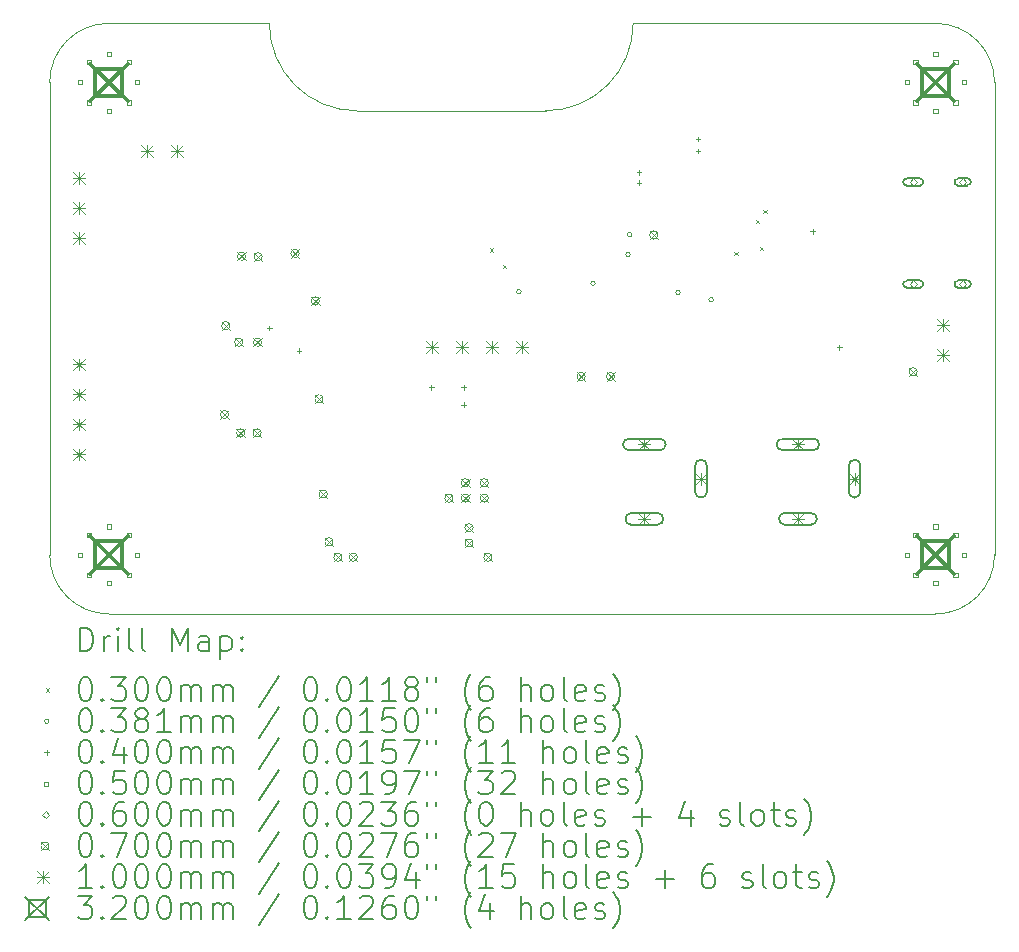
<source format=gbr>
%TF.GenerationSoftware,KiCad,Pcbnew,7.0.6-1.fc37*%
%TF.CreationDate,2023-08-13T21:27:01-07:00*%
%TF.ProjectId,iot_led_strip_pcb,696f745f-6c65-4645-9f73-747269705f70,rev?*%
%TF.SameCoordinates,Original*%
%TF.FileFunction,Drillmap*%
%TF.FilePolarity,Positive*%
%FSLAX45Y45*%
G04 Gerber Fmt 4.5, Leading zero omitted, Abs format (unit mm)*
G04 Created by KiCad (PCBNEW 7.0.6-1.fc37) date 2023-08-13 21:27:01*
%MOMM*%
%LPD*%
G01*
G04 APERTURE LIST*
%ADD10C,0.100000*%
%ADD11C,0.200000*%
%ADD12C,0.030000*%
%ADD13C,0.038100*%
%ADD14C,0.040000*%
%ADD15C,0.050000*%
%ADD16C,0.060000*%
%ADD17C,0.070000*%
%ADD18C,0.320000*%
G04 APERTURE END LIST*
D10*
X4000000Y-6000000D02*
X5360000Y-6000000D01*
X4000000Y-6000000D02*
G75*
G03*
X3500000Y-6500000I0J-500000D01*
G01*
X11000000Y-11000000D02*
X4000000Y-11000000D01*
X11000000Y-11000000D02*
G75*
G03*
X11500000Y-10500000I0J500000D01*
G01*
X3500000Y-10500000D02*
G75*
G03*
X4000000Y-11000000I500000J0D01*
G01*
X3500000Y-10500000D02*
X3500000Y-6500000D01*
X7700000Y-6740000D02*
X6100000Y-6740000D01*
X8440000Y-6000000D02*
X11000000Y-6000000D01*
X11500000Y-6500000D02*
X11500000Y-10500000D01*
X7700000Y-6740000D02*
G75*
G03*
X8440000Y-6000000I0J740000D01*
G01*
X11500000Y-6500000D02*
G75*
G03*
X11000000Y-6000000I-500000J0D01*
G01*
X5360000Y-6000000D02*
G75*
G03*
X6100000Y-6740000I740000J0D01*
G01*
D11*
D12*
X7225000Y-7905000D02*
X7255000Y-7935000D01*
X7255000Y-7905000D02*
X7225000Y-7935000D01*
X7336740Y-8041825D02*
X7366740Y-8071825D01*
X7366740Y-8041825D02*
X7336740Y-8071825D01*
X9294500Y-7935500D02*
X9324500Y-7965500D01*
X9324500Y-7935500D02*
X9294500Y-7965500D01*
X9477000Y-7664000D02*
X9507000Y-7694000D01*
X9507000Y-7664000D02*
X9477000Y-7694000D01*
X9511750Y-7891250D02*
X9541750Y-7921250D01*
X9541750Y-7891250D02*
X9511750Y-7921250D01*
X9539700Y-7579700D02*
X9569700Y-7609700D01*
X9569700Y-7579700D02*
X9539700Y-7609700D01*
D13*
X7491500Y-8272450D02*
G75*
G03*
X7491500Y-8272450I-19050J0D01*
G01*
X8119050Y-8200000D02*
G75*
G03*
X8119050Y-8200000I-19050J0D01*
G01*
X8415690Y-7956640D02*
G75*
G03*
X8415690Y-7956640I-19050J0D01*
G01*
X8429050Y-7790000D02*
G75*
G03*
X8429050Y-7790000I-19050J0D01*
G01*
X8839050Y-8280000D02*
G75*
G03*
X8839050Y-8280000I-19050J0D01*
G01*
X9119050Y-8340000D02*
G75*
G03*
X9119050Y-8340000I-19050J0D01*
G01*
D14*
X5360000Y-8560000D02*
X5360000Y-8600000D01*
X5340000Y-8580000D02*
X5380000Y-8580000D01*
X5610000Y-8750000D02*
X5610000Y-8790000D01*
X5590000Y-8770000D02*
X5630000Y-8770000D01*
X6731250Y-9063125D02*
X6731250Y-9103125D01*
X6711250Y-9083125D02*
X6751250Y-9083125D01*
X7003875Y-9063125D02*
X7003875Y-9103125D01*
X6983875Y-9083125D02*
X7023875Y-9083125D01*
X7006250Y-9208125D02*
X7006250Y-9248125D01*
X6986250Y-9228125D02*
X7026250Y-9228125D01*
X8490000Y-7240000D02*
X8490000Y-7280000D01*
X8470000Y-7260000D02*
X8510000Y-7260000D01*
X8490000Y-7330000D02*
X8490000Y-7370000D01*
X8470000Y-7350000D02*
X8510000Y-7350000D01*
X8990000Y-6960000D02*
X8990000Y-7000000D01*
X8970000Y-6980000D02*
X9010000Y-6980000D01*
X8990000Y-7060000D02*
X8990000Y-7100000D01*
X8970000Y-7080000D02*
X9010000Y-7080000D01*
X9960000Y-7740000D02*
X9960000Y-7780000D01*
X9940000Y-7760000D02*
X9980000Y-7760000D01*
X10186783Y-8723217D02*
X10186783Y-8763217D01*
X10166783Y-8743217D02*
X10206783Y-8743217D01*
D15*
X3777678Y-6517678D02*
X3777678Y-6482322D01*
X3742322Y-6482322D01*
X3742322Y-6517678D01*
X3777678Y-6517678D01*
X3777678Y-10517678D02*
X3777678Y-10482322D01*
X3742322Y-10482322D01*
X3742322Y-10517678D01*
X3777678Y-10517678D01*
X3847972Y-6347972D02*
X3847972Y-6312617D01*
X3812617Y-6312617D01*
X3812617Y-6347972D01*
X3847972Y-6347972D01*
X3847972Y-6687383D02*
X3847972Y-6652028D01*
X3812617Y-6652028D01*
X3812617Y-6687383D01*
X3847972Y-6687383D01*
X3847972Y-10347972D02*
X3847972Y-10312617D01*
X3812617Y-10312617D01*
X3812617Y-10347972D01*
X3847972Y-10347972D01*
X3847972Y-10687383D02*
X3847972Y-10652028D01*
X3812617Y-10652028D01*
X3812617Y-10687383D01*
X3847972Y-10687383D01*
X4017678Y-6277678D02*
X4017678Y-6242322D01*
X3982322Y-6242322D01*
X3982322Y-6277678D01*
X4017678Y-6277678D01*
X4017678Y-6757678D02*
X4017678Y-6722322D01*
X3982322Y-6722322D01*
X3982322Y-6757678D01*
X4017678Y-6757678D01*
X4017678Y-10277678D02*
X4017678Y-10242322D01*
X3982322Y-10242322D01*
X3982322Y-10277678D01*
X4017678Y-10277678D01*
X4017678Y-10757678D02*
X4017678Y-10722322D01*
X3982322Y-10722322D01*
X3982322Y-10757678D01*
X4017678Y-10757678D01*
X4187383Y-6347972D02*
X4187383Y-6312617D01*
X4152028Y-6312617D01*
X4152028Y-6347972D01*
X4187383Y-6347972D01*
X4187383Y-6687383D02*
X4187383Y-6652028D01*
X4152028Y-6652028D01*
X4152028Y-6687383D01*
X4187383Y-6687383D01*
X4187383Y-10347972D02*
X4187383Y-10312617D01*
X4152028Y-10312617D01*
X4152028Y-10347972D01*
X4187383Y-10347972D01*
X4187383Y-10687383D02*
X4187383Y-10652028D01*
X4152028Y-10652028D01*
X4152028Y-10687383D01*
X4187383Y-10687383D01*
X4257678Y-6517678D02*
X4257678Y-6482322D01*
X4222322Y-6482322D01*
X4222322Y-6517678D01*
X4257678Y-6517678D01*
X4257678Y-10517678D02*
X4257678Y-10482322D01*
X4222322Y-10482322D01*
X4222322Y-10517678D01*
X4257678Y-10517678D01*
X10777678Y-6517678D02*
X10777678Y-6482322D01*
X10742322Y-6482322D01*
X10742322Y-6517678D01*
X10777678Y-6517678D01*
X10777678Y-10517678D02*
X10777678Y-10482322D01*
X10742322Y-10482322D01*
X10742322Y-10517678D01*
X10777678Y-10517678D01*
X10847972Y-6347972D02*
X10847972Y-6312617D01*
X10812617Y-6312617D01*
X10812617Y-6347972D01*
X10847972Y-6347972D01*
X10847972Y-6687383D02*
X10847972Y-6652028D01*
X10812617Y-6652028D01*
X10812617Y-6687383D01*
X10847972Y-6687383D01*
X10847972Y-10347972D02*
X10847972Y-10312617D01*
X10812617Y-10312617D01*
X10812617Y-10347972D01*
X10847972Y-10347972D01*
X10847972Y-10687383D02*
X10847972Y-10652028D01*
X10812617Y-10652028D01*
X10812617Y-10687383D01*
X10847972Y-10687383D01*
X11017678Y-6277678D02*
X11017678Y-6242322D01*
X10982322Y-6242322D01*
X10982322Y-6277678D01*
X11017678Y-6277678D01*
X11017678Y-6757678D02*
X11017678Y-6722322D01*
X10982322Y-6722322D01*
X10982322Y-6757678D01*
X11017678Y-6757678D01*
X11017678Y-10277678D02*
X11017678Y-10242322D01*
X10982322Y-10242322D01*
X10982322Y-10277678D01*
X11017678Y-10277678D01*
X11017678Y-10757678D02*
X11017678Y-10722322D01*
X10982322Y-10722322D01*
X10982322Y-10757678D01*
X11017678Y-10757678D01*
X11187383Y-6347972D02*
X11187383Y-6312617D01*
X11152028Y-6312617D01*
X11152028Y-6347972D01*
X11187383Y-6347972D01*
X11187383Y-6687383D02*
X11187383Y-6652028D01*
X11152028Y-6652028D01*
X11152028Y-6687383D01*
X11187383Y-6687383D01*
X11187383Y-10347972D02*
X11187383Y-10312617D01*
X11152028Y-10312617D01*
X11152028Y-10347972D01*
X11187383Y-10347972D01*
X11187383Y-10687383D02*
X11187383Y-10652028D01*
X11152028Y-10652028D01*
X11152028Y-10687383D01*
X11187383Y-10687383D01*
X11257678Y-6517678D02*
X11257678Y-6482322D01*
X11222322Y-6482322D01*
X11222322Y-6517678D01*
X11257678Y-6517678D01*
X11257678Y-10517678D02*
X11257678Y-10482322D01*
X11222322Y-10482322D01*
X11222322Y-10517678D01*
X11257678Y-10517678D01*
D16*
X10812007Y-7373002D02*
X10842007Y-7343002D01*
X10812007Y-7313002D01*
X10782007Y-7343002D01*
X10812007Y-7373002D01*
D11*
X10757007Y-7373002D02*
X10867007Y-7373002D01*
X10867007Y-7373002D02*
G75*
G03*
X10867007Y-7313002I0J30000D01*
G01*
X10867007Y-7313002D02*
X10757007Y-7313002D01*
X10757007Y-7313002D02*
G75*
G03*
X10757007Y-7373002I0J-30000D01*
G01*
D16*
X10812007Y-8237010D02*
X10842007Y-8207010D01*
X10812007Y-8177010D01*
X10782007Y-8207010D01*
X10812007Y-8237010D01*
D11*
X10757007Y-8237010D02*
X10867007Y-8237010D01*
X10867007Y-8237010D02*
G75*
G03*
X10867007Y-8177010I0J30000D01*
G01*
X10867007Y-8177010D02*
X10757007Y-8177010D01*
X10757007Y-8177010D02*
G75*
G03*
X10757007Y-8237010I0J-30000D01*
G01*
D16*
X11230015Y-7373002D02*
X11260015Y-7343002D01*
X11230015Y-7313002D01*
X11200015Y-7343002D01*
X11230015Y-7373002D01*
D11*
X11190015Y-7373002D02*
X11270015Y-7373002D01*
X11270015Y-7373002D02*
G75*
G03*
X11270015Y-7313002I0J30000D01*
G01*
X11270015Y-7313002D02*
X11190015Y-7313002D01*
X11190015Y-7313002D02*
G75*
G03*
X11190015Y-7373002I0J-30000D01*
G01*
D16*
X11230015Y-8237010D02*
X11260015Y-8207010D01*
X11230015Y-8177010D01*
X11200015Y-8207010D01*
X11230015Y-8237010D01*
D11*
X11190015Y-8237010D02*
X11270015Y-8237010D01*
X11270015Y-8237010D02*
G75*
G03*
X11270015Y-8177010I0J30000D01*
G01*
X11270015Y-8177010D02*
X11190015Y-8177010D01*
X11190015Y-8177010D02*
G75*
G03*
X11190015Y-8237010I0J-30000D01*
G01*
D17*
X4946000Y-9277000D02*
X5016000Y-9347000D01*
X5016000Y-9277000D02*
X4946000Y-9347000D01*
X5016000Y-9312000D02*
G75*
G03*
X5016000Y-9312000I-35000J0D01*
G01*
X4955000Y-8525000D02*
X5025000Y-8595000D01*
X5025000Y-8525000D02*
X4955000Y-8595000D01*
X5025000Y-8560000D02*
G75*
G03*
X5025000Y-8560000I-35000J0D01*
G01*
X5065000Y-8665000D02*
X5135000Y-8735000D01*
X5135000Y-8665000D02*
X5065000Y-8735000D01*
X5135000Y-8700000D02*
G75*
G03*
X5135000Y-8700000I-35000J0D01*
G01*
X5081000Y-9433000D02*
X5151000Y-9503000D01*
X5151000Y-9433000D02*
X5081000Y-9503000D01*
X5151000Y-9468000D02*
G75*
G03*
X5151000Y-9468000I-35000J0D01*
G01*
X5090000Y-7937000D02*
X5160000Y-8007000D01*
X5160000Y-7937000D02*
X5090000Y-8007000D01*
X5160000Y-7972000D02*
G75*
G03*
X5160000Y-7972000I-35000J0D01*
G01*
X5221000Y-9433000D02*
X5291000Y-9503000D01*
X5291000Y-9433000D02*
X5221000Y-9503000D01*
X5291000Y-9468000D02*
G75*
G03*
X5291000Y-9468000I-35000J0D01*
G01*
X5225000Y-8665000D02*
X5295000Y-8735000D01*
X5295000Y-8665000D02*
X5225000Y-8735000D01*
X5295000Y-8700000D02*
G75*
G03*
X5295000Y-8700000I-35000J0D01*
G01*
X5230000Y-7941000D02*
X5300000Y-8011000D01*
X5300000Y-7941000D02*
X5230000Y-8011000D01*
X5300000Y-7976000D02*
G75*
G03*
X5300000Y-7976000I-35000J0D01*
G01*
X5543000Y-7913000D02*
X5613000Y-7983000D01*
X5613000Y-7913000D02*
X5543000Y-7983000D01*
X5613000Y-7948000D02*
G75*
G03*
X5613000Y-7948000I-35000J0D01*
G01*
X5715000Y-8315000D02*
X5785000Y-8385000D01*
X5785000Y-8315000D02*
X5715000Y-8385000D01*
X5785000Y-8350000D02*
G75*
G03*
X5785000Y-8350000I-35000J0D01*
G01*
X5745000Y-9145000D02*
X5815000Y-9215000D01*
X5815000Y-9145000D02*
X5745000Y-9215000D01*
X5815000Y-9180000D02*
G75*
G03*
X5815000Y-9180000I-35000J0D01*
G01*
X5780000Y-9950000D02*
X5850000Y-10020000D01*
X5850000Y-9950000D02*
X5780000Y-10020000D01*
X5850000Y-9985000D02*
G75*
G03*
X5850000Y-9985000I-35000J0D01*
G01*
X5830000Y-10355000D02*
X5900000Y-10425000D01*
X5900000Y-10355000D02*
X5830000Y-10425000D01*
X5900000Y-10390000D02*
G75*
G03*
X5900000Y-10390000I-35000J0D01*
G01*
X5905000Y-10485000D02*
X5975000Y-10555000D01*
X5975000Y-10485000D02*
X5905000Y-10555000D01*
X5975000Y-10520000D02*
G75*
G03*
X5975000Y-10520000I-35000J0D01*
G01*
X6035000Y-10485000D02*
X6105000Y-10555000D01*
X6105000Y-10485000D02*
X6035000Y-10555000D01*
X6105000Y-10520000D02*
G75*
G03*
X6105000Y-10520000I-35000J0D01*
G01*
X6845000Y-9985000D02*
X6915000Y-10055000D01*
X6915000Y-9985000D02*
X6845000Y-10055000D01*
X6915000Y-10020000D02*
G75*
G03*
X6915000Y-10020000I-35000J0D01*
G01*
X6985000Y-9855000D02*
X7055000Y-9925000D01*
X7055000Y-9855000D02*
X6985000Y-9925000D01*
X7055000Y-9890000D02*
G75*
G03*
X7055000Y-9890000I-35000J0D01*
G01*
X6985000Y-9985000D02*
X7055000Y-10055000D01*
X7055000Y-9985000D02*
X6985000Y-10055000D01*
X7055000Y-10020000D02*
G75*
G03*
X7055000Y-10020000I-35000J0D01*
G01*
X7015000Y-10235000D02*
X7085000Y-10305000D01*
X7085000Y-10235000D02*
X7015000Y-10305000D01*
X7085000Y-10270000D02*
G75*
G03*
X7085000Y-10270000I-35000J0D01*
G01*
X7015000Y-10365000D02*
X7085000Y-10435000D01*
X7085000Y-10365000D02*
X7015000Y-10435000D01*
X7085000Y-10400000D02*
G75*
G03*
X7085000Y-10400000I-35000J0D01*
G01*
X7145000Y-9855000D02*
X7215000Y-9925000D01*
X7215000Y-9855000D02*
X7145000Y-9925000D01*
X7215000Y-9890000D02*
G75*
G03*
X7215000Y-9890000I-35000J0D01*
G01*
X7145000Y-9985000D02*
X7215000Y-10055000D01*
X7215000Y-9985000D02*
X7145000Y-10055000D01*
X7215000Y-10020000D02*
G75*
G03*
X7215000Y-10020000I-35000J0D01*
G01*
X7175000Y-10485000D02*
X7245000Y-10555000D01*
X7245000Y-10485000D02*
X7175000Y-10555000D01*
X7245000Y-10520000D02*
G75*
G03*
X7245000Y-10520000I-35000J0D01*
G01*
X7965000Y-8955000D02*
X8035000Y-9025000D01*
X8035000Y-8955000D02*
X7965000Y-9025000D01*
X8035000Y-8990000D02*
G75*
G03*
X8035000Y-8990000I-35000J0D01*
G01*
X8215000Y-8955000D02*
X8285000Y-9025000D01*
X8285000Y-8955000D02*
X8215000Y-9025000D01*
X8285000Y-8990000D02*
G75*
G03*
X8285000Y-8990000I-35000J0D01*
G01*
X8580000Y-7757000D02*
X8650000Y-7827000D01*
X8650000Y-7757000D02*
X8580000Y-7827000D01*
X8650000Y-7792000D02*
G75*
G03*
X8650000Y-7792000I-35000J0D01*
G01*
X10775000Y-8915000D02*
X10845000Y-8985000D01*
X10845000Y-8915000D02*
X10775000Y-8985000D01*
X10845000Y-8950000D02*
G75*
G03*
X10845000Y-8950000I-35000J0D01*
G01*
D10*
X3700000Y-7262000D02*
X3800000Y-7362000D01*
X3800000Y-7262000D02*
X3700000Y-7362000D01*
X3750000Y-7262000D02*
X3750000Y-7362000D01*
X3700000Y-7312000D02*
X3800000Y-7312000D01*
X3700000Y-7516000D02*
X3800000Y-7616000D01*
X3800000Y-7516000D02*
X3700000Y-7616000D01*
X3750000Y-7516000D02*
X3750000Y-7616000D01*
X3700000Y-7566000D02*
X3800000Y-7566000D01*
X3700000Y-7770000D02*
X3800000Y-7870000D01*
X3800000Y-7770000D02*
X3700000Y-7870000D01*
X3750000Y-7770000D02*
X3750000Y-7870000D01*
X3700000Y-7820000D02*
X3800000Y-7820000D01*
X3700000Y-8838000D02*
X3800000Y-8938000D01*
X3800000Y-8838000D02*
X3700000Y-8938000D01*
X3750000Y-8838000D02*
X3750000Y-8938000D01*
X3700000Y-8888000D02*
X3800000Y-8888000D01*
X3700000Y-9092000D02*
X3800000Y-9192000D01*
X3800000Y-9092000D02*
X3700000Y-9192000D01*
X3750000Y-9092000D02*
X3750000Y-9192000D01*
X3700000Y-9142000D02*
X3800000Y-9142000D01*
X3700000Y-9346000D02*
X3800000Y-9446000D01*
X3800000Y-9346000D02*
X3700000Y-9446000D01*
X3750000Y-9346000D02*
X3750000Y-9446000D01*
X3700000Y-9396000D02*
X3800000Y-9396000D01*
X3700000Y-9600000D02*
X3800000Y-9700000D01*
X3800000Y-9600000D02*
X3700000Y-9700000D01*
X3750000Y-9600000D02*
X3750000Y-9700000D01*
X3700000Y-9650000D02*
X3800000Y-9650000D01*
X4276000Y-7030000D02*
X4376000Y-7130000D01*
X4376000Y-7030000D02*
X4276000Y-7130000D01*
X4326000Y-7030000D02*
X4326000Y-7130000D01*
X4276000Y-7080000D02*
X4376000Y-7080000D01*
X4530000Y-7030000D02*
X4630000Y-7130000D01*
X4630000Y-7030000D02*
X4530000Y-7130000D01*
X4580000Y-7030000D02*
X4580000Y-7130000D01*
X4530000Y-7080000D02*
X4630000Y-7080000D01*
X6686000Y-8690000D02*
X6786000Y-8790000D01*
X6786000Y-8690000D02*
X6686000Y-8790000D01*
X6736000Y-8690000D02*
X6736000Y-8790000D01*
X6686000Y-8740000D02*
X6786000Y-8740000D01*
X6940000Y-8690000D02*
X7040000Y-8790000D01*
X7040000Y-8690000D02*
X6940000Y-8790000D01*
X6990000Y-8690000D02*
X6990000Y-8790000D01*
X6940000Y-8740000D02*
X7040000Y-8740000D01*
X7194000Y-8690000D02*
X7294000Y-8790000D01*
X7294000Y-8690000D02*
X7194000Y-8790000D01*
X7244000Y-8690000D02*
X7244000Y-8790000D01*
X7194000Y-8740000D02*
X7294000Y-8740000D01*
X7448000Y-8690000D02*
X7548000Y-8790000D01*
X7548000Y-8690000D02*
X7448000Y-8790000D01*
X7498000Y-8690000D02*
X7498000Y-8790000D01*
X7448000Y-8740000D02*
X7548000Y-8740000D01*
X8485000Y-9515000D02*
X8585000Y-9615000D01*
X8585000Y-9515000D02*
X8485000Y-9615000D01*
X8535000Y-9515000D02*
X8535000Y-9615000D01*
X8485000Y-9565000D02*
X8585000Y-9565000D01*
D11*
X8405000Y-9615000D02*
X8665000Y-9615000D01*
X8665000Y-9615000D02*
G75*
G03*
X8665000Y-9515000I0J50000D01*
G01*
X8665000Y-9515000D02*
X8405000Y-9515000D01*
X8405000Y-9515000D02*
G75*
G03*
X8405000Y-9615000I0J-50000D01*
G01*
D10*
X8485000Y-10145000D02*
X8585000Y-10245000D01*
X8585000Y-10145000D02*
X8485000Y-10245000D01*
X8535000Y-10145000D02*
X8535000Y-10245000D01*
X8485000Y-10195000D02*
X8585000Y-10195000D01*
D11*
X8425000Y-10245000D02*
X8645000Y-10245000D01*
X8645000Y-10245000D02*
G75*
G03*
X8645000Y-10145000I0J50000D01*
G01*
X8645000Y-10145000D02*
X8425000Y-10145000D01*
X8425000Y-10145000D02*
G75*
G03*
X8425000Y-10245000I0J-50000D01*
G01*
D10*
X8965000Y-9805000D02*
X9065000Y-9905000D01*
X9065000Y-9805000D02*
X8965000Y-9905000D01*
X9015000Y-9805000D02*
X9015000Y-9905000D01*
X8965000Y-9855000D02*
X9065000Y-9855000D01*
D11*
X8965000Y-9745000D02*
X8965000Y-9965000D01*
X8965000Y-9965000D02*
G75*
G03*
X9065000Y-9965000I50000J0D01*
G01*
X9065000Y-9965000D02*
X9065000Y-9745000D01*
X9065000Y-9745000D02*
G75*
G03*
X8965000Y-9745000I-50000J0D01*
G01*
D10*
X9785000Y-9515000D02*
X9885000Y-9615000D01*
X9885000Y-9515000D02*
X9785000Y-9615000D01*
X9835000Y-9515000D02*
X9835000Y-9615000D01*
X9785000Y-9565000D02*
X9885000Y-9565000D01*
D11*
X9705000Y-9615000D02*
X9965000Y-9615000D01*
X9965000Y-9615000D02*
G75*
G03*
X9965000Y-9515000I0J50000D01*
G01*
X9965000Y-9515000D02*
X9705000Y-9515000D01*
X9705000Y-9515000D02*
G75*
G03*
X9705000Y-9615000I0J-50000D01*
G01*
D10*
X9785000Y-10145000D02*
X9885000Y-10245000D01*
X9885000Y-10145000D02*
X9785000Y-10245000D01*
X9835000Y-10145000D02*
X9835000Y-10245000D01*
X9785000Y-10195000D02*
X9885000Y-10195000D01*
D11*
X9725000Y-10245000D02*
X9945000Y-10245000D01*
X9945000Y-10245000D02*
G75*
G03*
X9945000Y-10145000I0J50000D01*
G01*
X9945000Y-10145000D02*
X9725000Y-10145000D01*
X9725000Y-10145000D02*
G75*
G03*
X9725000Y-10245000I0J-50000D01*
G01*
D10*
X10265000Y-9805000D02*
X10365000Y-9905000D01*
X10365000Y-9805000D02*
X10265000Y-9905000D01*
X10315000Y-9805000D02*
X10315000Y-9905000D01*
X10265000Y-9855000D02*
X10365000Y-9855000D01*
D11*
X10265000Y-9745000D02*
X10265000Y-9965000D01*
X10265000Y-9965000D02*
G75*
G03*
X10365000Y-9965000I50000J0D01*
G01*
X10365000Y-9965000D02*
X10365000Y-9745000D01*
X10365000Y-9745000D02*
G75*
G03*
X10265000Y-9745000I-50000J0D01*
G01*
D10*
X11014488Y-8505512D02*
X11114488Y-8605512D01*
X11114488Y-8505512D02*
X11014488Y-8605512D01*
X11064488Y-8505512D02*
X11064488Y-8605512D01*
X11014488Y-8555512D02*
X11114488Y-8555512D01*
X11014488Y-8759512D02*
X11114488Y-8859512D01*
X11114488Y-8759512D02*
X11014488Y-8859512D01*
X11064488Y-8759512D02*
X11064488Y-8859512D01*
X11014488Y-8809512D02*
X11114488Y-8809512D01*
D18*
X3840000Y-6340000D02*
X4160000Y-6660000D01*
X4160000Y-6340000D02*
X3840000Y-6660000D01*
X4113138Y-6613138D02*
X4113138Y-6386862D01*
X3886862Y-6386862D01*
X3886862Y-6613138D01*
X4113138Y-6613138D01*
X3840000Y-10340000D02*
X4160000Y-10660000D01*
X4160000Y-10340000D02*
X3840000Y-10660000D01*
X4113138Y-10613138D02*
X4113138Y-10386862D01*
X3886862Y-10386862D01*
X3886862Y-10613138D01*
X4113138Y-10613138D01*
X10840000Y-6340000D02*
X11160000Y-6660000D01*
X11160000Y-6340000D02*
X10840000Y-6660000D01*
X11113138Y-6613138D02*
X11113138Y-6386862D01*
X10886862Y-6386862D01*
X10886862Y-6613138D01*
X11113138Y-6613138D01*
X10840000Y-10340000D02*
X11160000Y-10660000D01*
X11160000Y-10340000D02*
X10840000Y-10660000D01*
X11113138Y-10613138D02*
X11113138Y-10386862D01*
X10886862Y-10386862D01*
X10886862Y-10613138D01*
X11113138Y-10613138D01*
D11*
X3755777Y-11316484D02*
X3755777Y-11116484D01*
X3755777Y-11116484D02*
X3803396Y-11116484D01*
X3803396Y-11116484D02*
X3831967Y-11126008D01*
X3831967Y-11126008D02*
X3851015Y-11145055D01*
X3851015Y-11145055D02*
X3860539Y-11164103D01*
X3860539Y-11164103D02*
X3870062Y-11202198D01*
X3870062Y-11202198D02*
X3870062Y-11230769D01*
X3870062Y-11230769D02*
X3860539Y-11268865D01*
X3860539Y-11268865D02*
X3851015Y-11287912D01*
X3851015Y-11287912D02*
X3831967Y-11306960D01*
X3831967Y-11306960D02*
X3803396Y-11316484D01*
X3803396Y-11316484D02*
X3755777Y-11316484D01*
X3955777Y-11316484D02*
X3955777Y-11183150D01*
X3955777Y-11221246D02*
X3965301Y-11202198D01*
X3965301Y-11202198D02*
X3974824Y-11192674D01*
X3974824Y-11192674D02*
X3993872Y-11183150D01*
X3993872Y-11183150D02*
X4012920Y-11183150D01*
X4079586Y-11316484D02*
X4079586Y-11183150D01*
X4079586Y-11116484D02*
X4070062Y-11126008D01*
X4070062Y-11126008D02*
X4079586Y-11135531D01*
X4079586Y-11135531D02*
X4089110Y-11126008D01*
X4089110Y-11126008D02*
X4079586Y-11116484D01*
X4079586Y-11116484D02*
X4079586Y-11135531D01*
X4203396Y-11316484D02*
X4184348Y-11306960D01*
X4184348Y-11306960D02*
X4174824Y-11287912D01*
X4174824Y-11287912D02*
X4174824Y-11116484D01*
X4308158Y-11316484D02*
X4289110Y-11306960D01*
X4289110Y-11306960D02*
X4279586Y-11287912D01*
X4279586Y-11287912D02*
X4279586Y-11116484D01*
X4536729Y-11316484D02*
X4536729Y-11116484D01*
X4536729Y-11116484D02*
X4603396Y-11259341D01*
X4603396Y-11259341D02*
X4670063Y-11116484D01*
X4670063Y-11116484D02*
X4670063Y-11316484D01*
X4851015Y-11316484D02*
X4851015Y-11211722D01*
X4851015Y-11211722D02*
X4841491Y-11192674D01*
X4841491Y-11192674D02*
X4822444Y-11183150D01*
X4822444Y-11183150D02*
X4784348Y-11183150D01*
X4784348Y-11183150D02*
X4765301Y-11192674D01*
X4851015Y-11306960D02*
X4831967Y-11316484D01*
X4831967Y-11316484D02*
X4784348Y-11316484D01*
X4784348Y-11316484D02*
X4765301Y-11306960D01*
X4765301Y-11306960D02*
X4755777Y-11287912D01*
X4755777Y-11287912D02*
X4755777Y-11268865D01*
X4755777Y-11268865D02*
X4765301Y-11249817D01*
X4765301Y-11249817D02*
X4784348Y-11240293D01*
X4784348Y-11240293D02*
X4831967Y-11240293D01*
X4831967Y-11240293D02*
X4851015Y-11230769D01*
X4946253Y-11183150D02*
X4946253Y-11383150D01*
X4946253Y-11192674D02*
X4965301Y-11183150D01*
X4965301Y-11183150D02*
X5003396Y-11183150D01*
X5003396Y-11183150D02*
X5022444Y-11192674D01*
X5022444Y-11192674D02*
X5031967Y-11202198D01*
X5031967Y-11202198D02*
X5041491Y-11221246D01*
X5041491Y-11221246D02*
X5041491Y-11278388D01*
X5041491Y-11278388D02*
X5031967Y-11297436D01*
X5031967Y-11297436D02*
X5022444Y-11306960D01*
X5022444Y-11306960D02*
X5003396Y-11316484D01*
X5003396Y-11316484D02*
X4965301Y-11316484D01*
X4965301Y-11316484D02*
X4946253Y-11306960D01*
X5127205Y-11297436D02*
X5136729Y-11306960D01*
X5136729Y-11306960D02*
X5127205Y-11316484D01*
X5127205Y-11316484D02*
X5117682Y-11306960D01*
X5117682Y-11306960D02*
X5127205Y-11297436D01*
X5127205Y-11297436D02*
X5127205Y-11316484D01*
X5127205Y-11192674D02*
X5136729Y-11202198D01*
X5136729Y-11202198D02*
X5127205Y-11211722D01*
X5127205Y-11211722D02*
X5117682Y-11202198D01*
X5117682Y-11202198D02*
X5127205Y-11192674D01*
X5127205Y-11192674D02*
X5127205Y-11211722D01*
D12*
X3465000Y-11630000D02*
X3495000Y-11660000D01*
X3495000Y-11630000D02*
X3465000Y-11660000D01*
D11*
X3793872Y-11536484D02*
X3812920Y-11536484D01*
X3812920Y-11536484D02*
X3831967Y-11546008D01*
X3831967Y-11546008D02*
X3841491Y-11555531D01*
X3841491Y-11555531D02*
X3851015Y-11574579D01*
X3851015Y-11574579D02*
X3860539Y-11612674D01*
X3860539Y-11612674D02*
X3860539Y-11660293D01*
X3860539Y-11660293D02*
X3851015Y-11698388D01*
X3851015Y-11698388D02*
X3841491Y-11717436D01*
X3841491Y-11717436D02*
X3831967Y-11726960D01*
X3831967Y-11726960D02*
X3812920Y-11736484D01*
X3812920Y-11736484D02*
X3793872Y-11736484D01*
X3793872Y-11736484D02*
X3774824Y-11726960D01*
X3774824Y-11726960D02*
X3765301Y-11717436D01*
X3765301Y-11717436D02*
X3755777Y-11698388D01*
X3755777Y-11698388D02*
X3746253Y-11660293D01*
X3746253Y-11660293D02*
X3746253Y-11612674D01*
X3746253Y-11612674D02*
X3755777Y-11574579D01*
X3755777Y-11574579D02*
X3765301Y-11555531D01*
X3765301Y-11555531D02*
X3774824Y-11546008D01*
X3774824Y-11546008D02*
X3793872Y-11536484D01*
X3946253Y-11717436D02*
X3955777Y-11726960D01*
X3955777Y-11726960D02*
X3946253Y-11736484D01*
X3946253Y-11736484D02*
X3936729Y-11726960D01*
X3936729Y-11726960D02*
X3946253Y-11717436D01*
X3946253Y-11717436D02*
X3946253Y-11736484D01*
X4022443Y-11536484D02*
X4146253Y-11536484D01*
X4146253Y-11536484D02*
X4079586Y-11612674D01*
X4079586Y-11612674D02*
X4108158Y-11612674D01*
X4108158Y-11612674D02*
X4127205Y-11622198D01*
X4127205Y-11622198D02*
X4136729Y-11631722D01*
X4136729Y-11631722D02*
X4146253Y-11650769D01*
X4146253Y-11650769D02*
X4146253Y-11698388D01*
X4146253Y-11698388D02*
X4136729Y-11717436D01*
X4136729Y-11717436D02*
X4127205Y-11726960D01*
X4127205Y-11726960D02*
X4108158Y-11736484D01*
X4108158Y-11736484D02*
X4051015Y-11736484D01*
X4051015Y-11736484D02*
X4031967Y-11726960D01*
X4031967Y-11726960D02*
X4022443Y-11717436D01*
X4270063Y-11536484D02*
X4289110Y-11536484D01*
X4289110Y-11536484D02*
X4308158Y-11546008D01*
X4308158Y-11546008D02*
X4317682Y-11555531D01*
X4317682Y-11555531D02*
X4327205Y-11574579D01*
X4327205Y-11574579D02*
X4336729Y-11612674D01*
X4336729Y-11612674D02*
X4336729Y-11660293D01*
X4336729Y-11660293D02*
X4327205Y-11698388D01*
X4327205Y-11698388D02*
X4317682Y-11717436D01*
X4317682Y-11717436D02*
X4308158Y-11726960D01*
X4308158Y-11726960D02*
X4289110Y-11736484D01*
X4289110Y-11736484D02*
X4270063Y-11736484D01*
X4270063Y-11736484D02*
X4251015Y-11726960D01*
X4251015Y-11726960D02*
X4241491Y-11717436D01*
X4241491Y-11717436D02*
X4231967Y-11698388D01*
X4231967Y-11698388D02*
X4222444Y-11660293D01*
X4222444Y-11660293D02*
X4222444Y-11612674D01*
X4222444Y-11612674D02*
X4231967Y-11574579D01*
X4231967Y-11574579D02*
X4241491Y-11555531D01*
X4241491Y-11555531D02*
X4251015Y-11546008D01*
X4251015Y-11546008D02*
X4270063Y-11536484D01*
X4460539Y-11536484D02*
X4479586Y-11536484D01*
X4479586Y-11536484D02*
X4498634Y-11546008D01*
X4498634Y-11546008D02*
X4508158Y-11555531D01*
X4508158Y-11555531D02*
X4517682Y-11574579D01*
X4517682Y-11574579D02*
X4527205Y-11612674D01*
X4527205Y-11612674D02*
X4527205Y-11660293D01*
X4527205Y-11660293D02*
X4517682Y-11698388D01*
X4517682Y-11698388D02*
X4508158Y-11717436D01*
X4508158Y-11717436D02*
X4498634Y-11726960D01*
X4498634Y-11726960D02*
X4479586Y-11736484D01*
X4479586Y-11736484D02*
X4460539Y-11736484D01*
X4460539Y-11736484D02*
X4441491Y-11726960D01*
X4441491Y-11726960D02*
X4431967Y-11717436D01*
X4431967Y-11717436D02*
X4422444Y-11698388D01*
X4422444Y-11698388D02*
X4412920Y-11660293D01*
X4412920Y-11660293D02*
X4412920Y-11612674D01*
X4412920Y-11612674D02*
X4422444Y-11574579D01*
X4422444Y-11574579D02*
X4431967Y-11555531D01*
X4431967Y-11555531D02*
X4441491Y-11546008D01*
X4441491Y-11546008D02*
X4460539Y-11536484D01*
X4612920Y-11736484D02*
X4612920Y-11603150D01*
X4612920Y-11622198D02*
X4622444Y-11612674D01*
X4622444Y-11612674D02*
X4641491Y-11603150D01*
X4641491Y-11603150D02*
X4670063Y-11603150D01*
X4670063Y-11603150D02*
X4689110Y-11612674D01*
X4689110Y-11612674D02*
X4698634Y-11631722D01*
X4698634Y-11631722D02*
X4698634Y-11736484D01*
X4698634Y-11631722D02*
X4708158Y-11612674D01*
X4708158Y-11612674D02*
X4727205Y-11603150D01*
X4727205Y-11603150D02*
X4755777Y-11603150D01*
X4755777Y-11603150D02*
X4774825Y-11612674D01*
X4774825Y-11612674D02*
X4784348Y-11631722D01*
X4784348Y-11631722D02*
X4784348Y-11736484D01*
X4879586Y-11736484D02*
X4879586Y-11603150D01*
X4879586Y-11622198D02*
X4889110Y-11612674D01*
X4889110Y-11612674D02*
X4908158Y-11603150D01*
X4908158Y-11603150D02*
X4936729Y-11603150D01*
X4936729Y-11603150D02*
X4955777Y-11612674D01*
X4955777Y-11612674D02*
X4965301Y-11631722D01*
X4965301Y-11631722D02*
X4965301Y-11736484D01*
X4965301Y-11631722D02*
X4974825Y-11612674D01*
X4974825Y-11612674D02*
X4993872Y-11603150D01*
X4993872Y-11603150D02*
X5022444Y-11603150D01*
X5022444Y-11603150D02*
X5041491Y-11612674D01*
X5041491Y-11612674D02*
X5051015Y-11631722D01*
X5051015Y-11631722D02*
X5051015Y-11736484D01*
X5441491Y-11526960D02*
X5270063Y-11784103D01*
X5698634Y-11536484D02*
X5717682Y-11536484D01*
X5717682Y-11536484D02*
X5736729Y-11546008D01*
X5736729Y-11546008D02*
X5746253Y-11555531D01*
X5746253Y-11555531D02*
X5755777Y-11574579D01*
X5755777Y-11574579D02*
X5765301Y-11612674D01*
X5765301Y-11612674D02*
X5765301Y-11660293D01*
X5765301Y-11660293D02*
X5755777Y-11698388D01*
X5755777Y-11698388D02*
X5746253Y-11717436D01*
X5746253Y-11717436D02*
X5736729Y-11726960D01*
X5736729Y-11726960D02*
X5717682Y-11736484D01*
X5717682Y-11736484D02*
X5698634Y-11736484D01*
X5698634Y-11736484D02*
X5679586Y-11726960D01*
X5679586Y-11726960D02*
X5670063Y-11717436D01*
X5670063Y-11717436D02*
X5660539Y-11698388D01*
X5660539Y-11698388D02*
X5651015Y-11660293D01*
X5651015Y-11660293D02*
X5651015Y-11612674D01*
X5651015Y-11612674D02*
X5660539Y-11574579D01*
X5660539Y-11574579D02*
X5670063Y-11555531D01*
X5670063Y-11555531D02*
X5679586Y-11546008D01*
X5679586Y-11546008D02*
X5698634Y-11536484D01*
X5851015Y-11717436D02*
X5860539Y-11726960D01*
X5860539Y-11726960D02*
X5851015Y-11736484D01*
X5851015Y-11736484D02*
X5841491Y-11726960D01*
X5841491Y-11726960D02*
X5851015Y-11717436D01*
X5851015Y-11717436D02*
X5851015Y-11736484D01*
X5984348Y-11536484D02*
X6003396Y-11536484D01*
X6003396Y-11536484D02*
X6022444Y-11546008D01*
X6022444Y-11546008D02*
X6031967Y-11555531D01*
X6031967Y-11555531D02*
X6041491Y-11574579D01*
X6041491Y-11574579D02*
X6051015Y-11612674D01*
X6051015Y-11612674D02*
X6051015Y-11660293D01*
X6051015Y-11660293D02*
X6041491Y-11698388D01*
X6041491Y-11698388D02*
X6031967Y-11717436D01*
X6031967Y-11717436D02*
X6022444Y-11726960D01*
X6022444Y-11726960D02*
X6003396Y-11736484D01*
X6003396Y-11736484D02*
X5984348Y-11736484D01*
X5984348Y-11736484D02*
X5965301Y-11726960D01*
X5965301Y-11726960D02*
X5955777Y-11717436D01*
X5955777Y-11717436D02*
X5946253Y-11698388D01*
X5946253Y-11698388D02*
X5936729Y-11660293D01*
X5936729Y-11660293D02*
X5936729Y-11612674D01*
X5936729Y-11612674D02*
X5946253Y-11574579D01*
X5946253Y-11574579D02*
X5955777Y-11555531D01*
X5955777Y-11555531D02*
X5965301Y-11546008D01*
X5965301Y-11546008D02*
X5984348Y-11536484D01*
X6241491Y-11736484D02*
X6127206Y-11736484D01*
X6184348Y-11736484D02*
X6184348Y-11536484D01*
X6184348Y-11536484D02*
X6165301Y-11565055D01*
X6165301Y-11565055D02*
X6146253Y-11584103D01*
X6146253Y-11584103D02*
X6127206Y-11593627D01*
X6431967Y-11736484D02*
X6317682Y-11736484D01*
X6374825Y-11736484D02*
X6374825Y-11536484D01*
X6374825Y-11536484D02*
X6355777Y-11565055D01*
X6355777Y-11565055D02*
X6336729Y-11584103D01*
X6336729Y-11584103D02*
X6317682Y-11593627D01*
X6546253Y-11622198D02*
X6527206Y-11612674D01*
X6527206Y-11612674D02*
X6517682Y-11603150D01*
X6517682Y-11603150D02*
X6508158Y-11584103D01*
X6508158Y-11584103D02*
X6508158Y-11574579D01*
X6508158Y-11574579D02*
X6517682Y-11555531D01*
X6517682Y-11555531D02*
X6527206Y-11546008D01*
X6527206Y-11546008D02*
X6546253Y-11536484D01*
X6546253Y-11536484D02*
X6584348Y-11536484D01*
X6584348Y-11536484D02*
X6603396Y-11546008D01*
X6603396Y-11546008D02*
X6612920Y-11555531D01*
X6612920Y-11555531D02*
X6622444Y-11574579D01*
X6622444Y-11574579D02*
X6622444Y-11584103D01*
X6622444Y-11584103D02*
X6612920Y-11603150D01*
X6612920Y-11603150D02*
X6603396Y-11612674D01*
X6603396Y-11612674D02*
X6584348Y-11622198D01*
X6584348Y-11622198D02*
X6546253Y-11622198D01*
X6546253Y-11622198D02*
X6527206Y-11631722D01*
X6527206Y-11631722D02*
X6517682Y-11641246D01*
X6517682Y-11641246D02*
X6508158Y-11660293D01*
X6508158Y-11660293D02*
X6508158Y-11698388D01*
X6508158Y-11698388D02*
X6517682Y-11717436D01*
X6517682Y-11717436D02*
X6527206Y-11726960D01*
X6527206Y-11726960D02*
X6546253Y-11736484D01*
X6546253Y-11736484D02*
X6584348Y-11736484D01*
X6584348Y-11736484D02*
X6603396Y-11726960D01*
X6603396Y-11726960D02*
X6612920Y-11717436D01*
X6612920Y-11717436D02*
X6622444Y-11698388D01*
X6622444Y-11698388D02*
X6622444Y-11660293D01*
X6622444Y-11660293D02*
X6612920Y-11641246D01*
X6612920Y-11641246D02*
X6603396Y-11631722D01*
X6603396Y-11631722D02*
X6584348Y-11622198D01*
X6698634Y-11536484D02*
X6698634Y-11574579D01*
X6774825Y-11536484D02*
X6774825Y-11574579D01*
X7070063Y-11812674D02*
X7060539Y-11803150D01*
X7060539Y-11803150D02*
X7041491Y-11774579D01*
X7041491Y-11774579D02*
X7031968Y-11755531D01*
X7031968Y-11755531D02*
X7022444Y-11726960D01*
X7022444Y-11726960D02*
X7012920Y-11679341D01*
X7012920Y-11679341D02*
X7012920Y-11641246D01*
X7012920Y-11641246D02*
X7022444Y-11593627D01*
X7022444Y-11593627D02*
X7031968Y-11565055D01*
X7031968Y-11565055D02*
X7041491Y-11546008D01*
X7041491Y-11546008D02*
X7060539Y-11517436D01*
X7060539Y-11517436D02*
X7070063Y-11507912D01*
X7231968Y-11536484D02*
X7193872Y-11536484D01*
X7193872Y-11536484D02*
X7174825Y-11546008D01*
X7174825Y-11546008D02*
X7165301Y-11555531D01*
X7165301Y-11555531D02*
X7146253Y-11584103D01*
X7146253Y-11584103D02*
X7136729Y-11622198D01*
X7136729Y-11622198D02*
X7136729Y-11698388D01*
X7136729Y-11698388D02*
X7146253Y-11717436D01*
X7146253Y-11717436D02*
X7155777Y-11726960D01*
X7155777Y-11726960D02*
X7174825Y-11736484D01*
X7174825Y-11736484D02*
X7212920Y-11736484D01*
X7212920Y-11736484D02*
X7231968Y-11726960D01*
X7231968Y-11726960D02*
X7241491Y-11717436D01*
X7241491Y-11717436D02*
X7251015Y-11698388D01*
X7251015Y-11698388D02*
X7251015Y-11650769D01*
X7251015Y-11650769D02*
X7241491Y-11631722D01*
X7241491Y-11631722D02*
X7231968Y-11622198D01*
X7231968Y-11622198D02*
X7212920Y-11612674D01*
X7212920Y-11612674D02*
X7174825Y-11612674D01*
X7174825Y-11612674D02*
X7155777Y-11622198D01*
X7155777Y-11622198D02*
X7146253Y-11631722D01*
X7146253Y-11631722D02*
X7136729Y-11650769D01*
X7489110Y-11736484D02*
X7489110Y-11536484D01*
X7574825Y-11736484D02*
X7574825Y-11631722D01*
X7574825Y-11631722D02*
X7565301Y-11612674D01*
X7565301Y-11612674D02*
X7546253Y-11603150D01*
X7546253Y-11603150D02*
X7517682Y-11603150D01*
X7517682Y-11603150D02*
X7498634Y-11612674D01*
X7498634Y-11612674D02*
X7489110Y-11622198D01*
X7698634Y-11736484D02*
X7679587Y-11726960D01*
X7679587Y-11726960D02*
X7670063Y-11717436D01*
X7670063Y-11717436D02*
X7660539Y-11698388D01*
X7660539Y-11698388D02*
X7660539Y-11641246D01*
X7660539Y-11641246D02*
X7670063Y-11622198D01*
X7670063Y-11622198D02*
X7679587Y-11612674D01*
X7679587Y-11612674D02*
X7698634Y-11603150D01*
X7698634Y-11603150D02*
X7727206Y-11603150D01*
X7727206Y-11603150D02*
X7746253Y-11612674D01*
X7746253Y-11612674D02*
X7755777Y-11622198D01*
X7755777Y-11622198D02*
X7765301Y-11641246D01*
X7765301Y-11641246D02*
X7765301Y-11698388D01*
X7765301Y-11698388D02*
X7755777Y-11717436D01*
X7755777Y-11717436D02*
X7746253Y-11726960D01*
X7746253Y-11726960D02*
X7727206Y-11736484D01*
X7727206Y-11736484D02*
X7698634Y-11736484D01*
X7879587Y-11736484D02*
X7860539Y-11726960D01*
X7860539Y-11726960D02*
X7851015Y-11707912D01*
X7851015Y-11707912D02*
X7851015Y-11536484D01*
X8031968Y-11726960D02*
X8012920Y-11736484D01*
X8012920Y-11736484D02*
X7974825Y-11736484D01*
X7974825Y-11736484D02*
X7955777Y-11726960D01*
X7955777Y-11726960D02*
X7946253Y-11707912D01*
X7946253Y-11707912D02*
X7946253Y-11631722D01*
X7946253Y-11631722D02*
X7955777Y-11612674D01*
X7955777Y-11612674D02*
X7974825Y-11603150D01*
X7974825Y-11603150D02*
X8012920Y-11603150D01*
X8012920Y-11603150D02*
X8031968Y-11612674D01*
X8031968Y-11612674D02*
X8041491Y-11631722D01*
X8041491Y-11631722D02*
X8041491Y-11650769D01*
X8041491Y-11650769D02*
X7946253Y-11669817D01*
X8117682Y-11726960D02*
X8136730Y-11736484D01*
X8136730Y-11736484D02*
X8174825Y-11736484D01*
X8174825Y-11736484D02*
X8193872Y-11726960D01*
X8193872Y-11726960D02*
X8203396Y-11707912D01*
X8203396Y-11707912D02*
X8203396Y-11698388D01*
X8203396Y-11698388D02*
X8193872Y-11679341D01*
X8193872Y-11679341D02*
X8174825Y-11669817D01*
X8174825Y-11669817D02*
X8146253Y-11669817D01*
X8146253Y-11669817D02*
X8127206Y-11660293D01*
X8127206Y-11660293D02*
X8117682Y-11641246D01*
X8117682Y-11641246D02*
X8117682Y-11631722D01*
X8117682Y-11631722D02*
X8127206Y-11612674D01*
X8127206Y-11612674D02*
X8146253Y-11603150D01*
X8146253Y-11603150D02*
X8174825Y-11603150D01*
X8174825Y-11603150D02*
X8193872Y-11612674D01*
X8270063Y-11812674D02*
X8279587Y-11803150D01*
X8279587Y-11803150D02*
X8298634Y-11774579D01*
X8298634Y-11774579D02*
X8308158Y-11755531D01*
X8308158Y-11755531D02*
X8317682Y-11726960D01*
X8317682Y-11726960D02*
X8327206Y-11679341D01*
X8327206Y-11679341D02*
X8327206Y-11641246D01*
X8327206Y-11641246D02*
X8317682Y-11593627D01*
X8317682Y-11593627D02*
X8308158Y-11565055D01*
X8308158Y-11565055D02*
X8298634Y-11546008D01*
X8298634Y-11546008D02*
X8279587Y-11517436D01*
X8279587Y-11517436D02*
X8270063Y-11507912D01*
D13*
X3495000Y-11909000D02*
G75*
G03*
X3495000Y-11909000I-19050J0D01*
G01*
D11*
X3793872Y-11800484D02*
X3812920Y-11800484D01*
X3812920Y-11800484D02*
X3831967Y-11810008D01*
X3831967Y-11810008D02*
X3841491Y-11819531D01*
X3841491Y-11819531D02*
X3851015Y-11838579D01*
X3851015Y-11838579D02*
X3860539Y-11876674D01*
X3860539Y-11876674D02*
X3860539Y-11924293D01*
X3860539Y-11924293D02*
X3851015Y-11962388D01*
X3851015Y-11962388D02*
X3841491Y-11981436D01*
X3841491Y-11981436D02*
X3831967Y-11990960D01*
X3831967Y-11990960D02*
X3812920Y-12000484D01*
X3812920Y-12000484D02*
X3793872Y-12000484D01*
X3793872Y-12000484D02*
X3774824Y-11990960D01*
X3774824Y-11990960D02*
X3765301Y-11981436D01*
X3765301Y-11981436D02*
X3755777Y-11962388D01*
X3755777Y-11962388D02*
X3746253Y-11924293D01*
X3746253Y-11924293D02*
X3746253Y-11876674D01*
X3746253Y-11876674D02*
X3755777Y-11838579D01*
X3755777Y-11838579D02*
X3765301Y-11819531D01*
X3765301Y-11819531D02*
X3774824Y-11810008D01*
X3774824Y-11810008D02*
X3793872Y-11800484D01*
X3946253Y-11981436D02*
X3955777Y-11990960D01*
X3955777Y-11990960D02*
X3946253Y-12000484D01*
X3946253Y-12000484D02*
X3936729Y-11990960D01*
X3936729Y-11990960D02*
X3946253Y-11981436D01*
X3946253Y-11981436D02*
X3946253Y-12000484D01*
X4022443Y-11800484D02*
X4146253Y-11800484D01*
X4146253Y-11800484D02*
X4079586Y-11876674D01*
X4079586Y-11876674D02*
X4108158Y-11876674D01*
X4108158Y-11876674D02*
X4127205Y-11886198D01*
X4127205Y-11886198D02*
X4136729Y-11895722D01*
X4136729Y-11895722D02*
X4146253Y-11914769D01*
X4146253Y-11914769D02*
X4146253Y-11962388D01*
X4146253Y-11962388D02*
X4136729Y-11981436D01*
X4136729Y-11981436D02*
X4127205Y-11990960D01*
X4127205Y-11990960D02*
X4108158Y-12000484D01*
X4108158Y-12000484D02*
X4051015Y-12000484D01*
X4051015Y-12000484D02*
X4031967Y-11990960D01*
X4031967Y-11990960D02*
X4022443Y-11981436D01*
X4260539Y-11886198D02*
X4241491Y-11876674D01*
X4241491Y-11876674D02*
X4231967Y-11867150D01*
X4231967Y-11867150D02*
X4222444Y-11848103D01*
X4222444Y-11848103D02*
X4222444Y-11838579D01*
X4222444Y-11838579D02*
X4231967Y-11819531D01*
X4231967Y-11819531D02*
X4241491Y-11810008D01*
X4241491Y-11810008D02*
X4260539Y-11800484D01*
X4260539Y-11800484D02*
X4298634Y-11800484D01*
X4298634Y-11800484D02*
X4317682Y-11810008D01*
X4317682Y-11810008D02*
X4327205Y-11819531D01*
X4327205Y-11819531D02*
X4336729Y-11838579D01*
X4336729Y-11838579D02*
X4336729Y-11848103D01*
X4336729Y-11848103D02*
X4327205Y-11867150D01*
X4327205Y-11867150D02*
X4317682Y-11876674D01*
X4317682Y-11876674D02*
X4298634Y-11886198D01*
X4298634Y-11886198D02*
X4260539Y-11886198D01*
X4260539Y-11886198D02*
X4241491Y-11895722D01*
X4241491Y-11895722D02*
X4231967Y-11905246D01*
X4231967Y-11905246D02*
X4222444Y-11924293D01*
X4222444Y-11924293D02*
X4222444Y-11962388D01*
X4222444Y-11962388D02*
X4231967Y-11981436D01*
X4231967Y-11981436D02*
X4241491Y-11990960D01*
X4241491Y-11990960D02*
X4260539Y-12000484D01*
X4260539Y-12000484D02*
X4298634Y-12000484D01*
X4298634Y-12000484D02*
X4317682Y-11990960D01*
X4317682Y-11990960D02*
X4327205Y-11981436D01*
X4327205Y-11981436D02*
X4336729Y-11962388D01*
X4336729Y-11962388D02*
X4336729Y-11924293D01*
X4336729Y-11924293D02*
X4327205Y-11905246D01*
X4327205Y-11905246D02*
X4317682Y-11895722D01*
X4317682Y-11895722D02*
X4298634Y-11886198D01*
X4527205Y-12000484D02*
X4412920Y-12000484D01*
X4470063Y-12000484D02*
X4470063Y-11800484D01*
X4470063Y-11800484D02*
X4451015Y-11829055D01*
X4451015Y-11829055D02*
X4431967Y-11848103D01*
X4431967Y-11848103D02*
X4412920Y-11857627D01*
X4612920Y-12000484D02*
X4612920Y-11867150D01*
X4612920Y-11886198D02*
X4622444Y-11876674D01*
X4622444Y-11876674D02*
X4641491Y-11867150D01*
X4641491Y-11867150D02*
X4670063Y-11867150D01*
X4670063Y-11867150D02*
X4689110Y-11876674D01*
X4689110Y-11876674D02*
X4698634Y-11895722D01*
X4698634Y-11895722D02*
X4698634Y-12000484D01*
X4698634Y-11895722D02*
X4708158Y-11876674D01*
X4708158Y-11876674D02*
X4727205Y-11867150D01*
X4727205Y-11867150D02*
X4755777Y-11867150D01*
X4755777Y-11867150D02*
X4774825Y-11876674D01*
X4774825Y-11876674D02*
X4784348Y-11895722D01*
X4784348Y-11895722D02*
X4784348Y-12000484D01*
X4879586Y-12000484D02*
X4879586Y-11867150D01*
X4879586Y-11886198D02*
X4889110Y-11876674D01*
X4889110Y-11876674D02*
X4908158Y-11867150D01*
X4908158Y-11867150D02*
X4936729Y-11867150D01*
X4936729Y-11867150D02*
X4955777Y-11876674D01*
X4955777Y-11876674D02*
X4965301Y-11895722D01*
X4965301Y-11895722D02*
X4965301Y-12000484D01*
X4965301Y-11895722D02*
X4974825Y-11876674D01*
X4974825Y-11876674D02*
X4993872Y-11867150D01*
X4993872Y-11867150D02*
X5022444Y-11867150D01*
X5022444Y-11867150D02*
X5041491Y-11876674D01*
X5041491Y-11876674D02*
X5051015Y-11895722D01*
X5051015Y-11895722D02*
X5051015Y-12000484D01*
X5441491Y-11790960D02*
X5270063Y-12048103D01*
X5698634Y-11800484D02*
X5717682Y-11800484D01*
X5717682Y-11800484D02*
X5736729Y-11810008D01*
X5736729Y-11810008D02*
X5746253Y-11819531D01*
X5746253Y-11819531D02*
X5755777Y-11838579D01*
X5755777Y-11838579D02*
X5765301Y-11876674D01*
X5765301Y-11876674D02*
X5765301Y-11924293D01*
X5765301Y-11924293D02*
X5755777Y-11962388D01*
X5755777Y-11962388D02*
X5746253Y-11981436D01*
X5746253Y-11981436D02*
X5736729Y-11990960D01*
X5736729Y-11990960D02*
X5717682Y-12000484D01*
X5717682Y-12000484D02*
X5698634Y-12000484D01*
X5698634Y-12000484D02*
X5679586Y-11990960D01*
X5679586Y-11990960D02*
X5670063Y-11981436D01*
X5670063Y-11981436D02*
X5660539Y-11962388D01*
X5660539Y-11962388D02*
X5651015Y-11924293D01*
X5651015Y-11924293D02*
X5651015Y-11876674D01*
X5651015Y-11876674D02*
X5660539Y-11838579D01*
X5660539Y-11838579D02*
X5670063Y-11819531D01*
X5670063Y-11819531D02*
X5679586Y-11810008D01*
X5679586Y-11810008D02*
X5698634Y-11800484D01*
X5851015Y-11981436D02*
X5860539Y-11990960D01*
X5860539Y-11990960D02*
X5851015Y-12000484D01*
X5851015Y-12000484D02*
X5841491Y-11990960D01*
X5841491Y-11990960D02*
X5851015Y-11981436D01*
X5851015Y-11981436D02*
X5851015Y-12000484D01*
X5984348Y-11800484D02*
X6003396Y-11800484D01*
X6003396Y-11800484D02*
X6022444Y-11810008D01*
X6022444Y-11810008D02*
X6031967Y-11819531D01*
X6031967Y-11819531D02*
X6041491Y-11838579D01*
X6041491Y-11838579D02*
X6051015Y-11876674D01*
X6051015Y-11876674D02*
X6051015Y-11924293D01*
X6051015Y-11924293D02*
X6041491Y-11962388D01*
X6041491Y-11962388D02*
X6031967Y-11981436D01*
X6031967Y-11981436D02*
X6022444Y-11990960D01*
X6022444Y-11990960D02*
X6003396Y-12000484D01*
X6003396Y-12000484D02*
X5984348Y-12000484D01*
X5984348Y-12000484D02*
X5965301Y-11990960D01*
X5965301Y-11990960D02*
X5955777Y-11981436D01*
X5955777Y-11981436D02*
X5946253Y-11962388D01*
X5946253Y-11962388D02*
X5936729Y-11924293D01*
X5936729Y-11924293D02*
X5936729Y-11876674D01*
X5936729Y-11876674D02*
X5946253Y-11838579D01*
X5946253Y-11838579D02*
X5955777Y-11819531D01*
X5955777Y-11819531D02*
X5965301Y-11810008D01*
X5965301Y-11810008D02*
X5984348Y-11800484D01*
X6241491Y-12000484D02*
X6127206Y-12000484D01*
X6184348Y-12000484D02*
X6184348Y-11800484D01*
X6184348Y-11800484D02*
X6165301Y-11829055D01*
X6165301Y-11829055D02*
X6146253Y-11848103D01*
X6146253Y-11848103D02*
X6127206Y-11857627D01*
X6422444Y-11800484D02*
X6327206Y-11800484D01*
X6327206Y-11800484D02*
X6317682Y-11895722D01*
X6317682Y-11895722D02*
X6327206Y-11886198D01*
X6327206Y-11886198D02*
X6346253Y-11876674D01*
X6346253Y-11876674D02*
X6393872Y-11876674D01*
X6393872Y-11876674D02*
X6412920Y-11886198D01*
X6412920Y-11886198D02*
X6422444Y-11895722D01*
X6422444Y-11895722D02*
X6431967Y-11914769D01*
X6431967Y-11914769D02*
X6431967Y-11962388D01*
X6431967Y-11962388D02*
X6422444Y-11981436D01*
X6422444Y-11981436D02*
X6412920Y-11990960D01*
X6412920Y-11990960D02*
X6393872Y-12000484D01*
X6393872Y-12000484D02*
X6346253Y-12000484D01*
X6346253Y-12000484D02*
X6327206Y-11990960D01*
X6327206Y-11990960D02*
X6317682Y-11981436D01*
X6555777Y-11800484D02*
X6574825Y-11800484D01*
X6574825Y-11800484D02*
X6593872Y-11810008D01*
X6593872Y-11810008D02*
X6603396Y-11819531D01*
X6603396Y-11819531D02*
X6612920Y-11838579D01*
X6612920Y-11838579D02*
X6622444Y-11876674D01*
X6622444Y-11876674D02*
X6622444Y-11924293D01*
X6622444Y-11924293D02*
X6612920Y-11962388D01*
X6612920Y-11962388D02*
X6603396Y-11981436D01*
X6603396Y-11981436D02*
X6593872Y-11990960D01*
X6593872Y-11990960D02*
X6574825Y-12000484D01*
X6574825Y-12000484D02*
X6555777Y-12000484D01*
X6555777Y-12000484D02*
X6536729Y-11990960D01*
X6536729Y-11990960D02*
X6527206Y-11981436D01*
X6527206Y-11981436D02*
X6517682Y-11962388D01*
X6517682Y-11962388D02*
X6508158Y-11924293D01*
X6508158Y-11924293D02*
X6508158Y-11876674D01*
X6508158Y-11876674D02*
X6517682Y-11838579D01*
X6517682Y-11838579D02*
X6527206Y-11819531D01*
X6527206Y-11819531D02*
X6536729Y-11810008D01*
X6536729Y-11810008D02*
X6555777Y-11800484D01*
X6698634Y-11800484D02*
X6698634Y-11838579D01*
X6774825Y-11800484D02*
X6774825Y-11838579D01*
X7070063Y-12076674D02*
X7060539Y-12067150D01*
X7060539Y-12067150D02*
X7041491Y-12038579D01*
X7041491Y-12038579D02*
X7031968Y-12019531D01*
X7031968Y-12019531D02*
X7022444Y-11990960D01*
X7022444Y-11990960D02*
X7012920Y-11943341D01*
X7012920Y-11943341D02*
X7012920Y-11905246D01*
X7012920Y-11905246D02*
X7022444Y-11857627D01*
X7022444Y-11857627D02*
X7031968Y-11829055D01*
X7031968Y-11829055D02*
X7041491Y-11810008D01*
X7041491Y-11810008D02*
X7060539Y-11781436D01*
X7060539Y-11781436D02*
X7070063Y-11771912D01*
X7231968Y-11800484D02*
X7193872Y-11800484D01*
X7193872Y-11800484D02*
X7174825Y-11810008D01*
X7174825Y-11810008D02*
X7165301Y-11819531D01*
X7165301Y-11819531D02*
X7146253Y-11848103D01*
X7146253Y-11848103D02*
X7136729Y-11886198D01*
X7136729Y-11886198D02*
X7136729Y-11962388D01*
X7136729Y-11962388D02*
X7146253Y-11981436D01*
X7146253Y-11981436D02*
X7155777Y-11990960D01*
X7155777Y-11990960D02*
X7174825Y-12000484D01*
X7174825Y-12000484D02*
X7212920Y-12000484D01*
X7212920Y-12000484D02*
X7231968Y-11990960D01*
X7231968Y-11990960D02*
X7241491Y-11981436D01*
X7241491Y-11981436D02*
X7251015Y-11962388D01*
X7251015Y-11962388D02*
X7251015Y-11914769D01*
X7251015Y-11914769D02*
X7241491Y-11895722D01*
X7241491Y-11895722D02*
X7231968Y-11886198D01*
X7231968Y-11886198D02*
X7212920Y-11876674D01*
X7212920Y-11876674D02*
X7174825Y-11876674D01*
X7174825Y-11876674D02*
X7155777Y-11886198D01*
X7155777Y-11886198D02*
X7146253Y-11895722D01*
X7146253Y-11895722D02*
X7136729Y-11914769D01*
X7489110Y-12000484D02*
X7489110Y-11800484D01*
X7574825Y-12000484D02*
X7574825Y-11895722D01*
X7574825Y-11895722D02*
X7565301Y-11876674D01*
X7565301Y-11876674D02*
X7546253Y-11867150D01*
X7546253Y-11867150D02*
X7517682Y-11867150D01*
X7517682Y-11867150D02*
X7498634Y-11876674D01*
X7498634Y-11876674D02*
X7489110Y-11886198D01*
X7698634Y-12000484D02*
X7679587Y-11990960D01*
X7679587Y-11990960D02*
X7670063Y-11981436D01*
X7670063Y-11981436D02*
X7660539Y-11962388D01*
X7660539Y-11962388D02*
X7660539Y-11905246D01*
X7660539Y-11905246D02*
X7670063Y-11886198D01*
X7670063Y-11886198D02*
X7679587Y-11876674D01*
X7679587Y-11876674D02*
X7698634Y-11867150D01*
X7698634Y-11867150D02*
X7727206Y-11867150D01*
X7727206Y-11867150D02*
X7746253Y-11876674D01*
X7746253Y-11876674D02*
X7755777Y-11886198D01*
X7755777Y-11886198D02*
X7765301Y-11905246D01*
X7765301Y-11905246D02*
X7765301Y-11962388D01*
X7765301Y-11962388D02*
X7755777Y-11981436D01*
X7755777Y-11981436D02*
X7746253Y-11990960D01*
X7746253Y-11990960D02*
X7727206Y-12000484D01*
X7727206Y-12000484D02*
X7698634Y-12000484D01*
X7879587Y-12000484D02*
X7860539Y-11990960D01*
X7860539Y-11990960D02*
X7851015Y-11971912D01*
X7851015Y-11971912D02*
X7851015Y-11800484D01*
X8031968Y-11990960D02*
X8012920Y-12000484D01*
X8012920Y-12000484D02*
X7974825Y-12000484D01*
X7974825Y-12000484D02*
X7955777Y-11990960D01*
X7955777Y-11990960D02*
X7946253Y-11971912D01*
X7946253Y-11971912D02*
X7946253Y-11895722D01*
X7946253Y-11895722D02*
X7955777Y-11876674D01*
X7955777Y-11876674D02*
X7974825Y-11867150D01*
X7974825Y-11867150D02*
X8012920Y-11867150D01*
X8012920Y-11867150D02*
X8031968Y-11876674D01*
X8031968Y-11876674D02*
X8041491Y-11895722D01*
X8041491Y-11895722D02*
X8041491Y-11914769D01*
X8041491Y-11914769D02*
X7946253Y-11933817D01*
X8117682Y-11990960D02*
X8136730Y-12000484D01*
X8136730Y-12000484D02*
X8174825Y-12000484D01*
X8174825Y-12000484D02*
X8193872Y-11990960D01*
X8193872Y-11990960D02*
X8203396Y-11971912D01*
X8203396Y-11971912D02*
X8203396Y-11962388D01*
X8203396Y-11962388D02*
X8193872Y-11943341D01*
X8193872Y-11943341D02*
X8174825Y-11933817D01*
X8174825Y-11933817D02*
X8146253Y-11933817D01*
X8146253Y-11933817D02*
X8127206Y-11924293D01*
X8127206Y-11924293D02*
X8117682Y-11905246D01*
X8117682Y-11905246D02*
X8117682Y-11895722D01*
X8117682Y-11895722D02*
X8127206Y-11876674D01*
X8127206Y-11876674D02*
X8146253Y-11867150D01*
X8146253Y-11867150D02*
X8174825Y-11867150D01*
X8174825Y-11867150D02*
X8193872Y-11876674D01*
X8270063Y-12076674D02*
X8279587Y-12067150D01*
X8279587Y-12067150D02*
X8298634Y-12038579D01*
X8298634Y-12038579D02*
X8308158Y-12019531D01*
X8308158Y-12019531D02*
X8317682Y-11990960D01*
X8317682Y-11990960D02*
X8327206Y-11943341D01*
X8327206Y-11943341D02*
X8327206Y-11905246D01*
X8327206Y-11905246D02*
X8317682Y-11857627D01*
X8317682Y-11857627D02*
X8308158Y-11829055D01*
X8308158Y-11829055D02*
X8298634Y-11810008D01*
X8298634Y-11810008D02*
X8279587Y-11781436D01*
X8279587Y-11781436D02*
X8270063Y-11771912D01*
D14*
X3475000Y-12153000D02*
X3475000Y-12193000D01*
X3455000Y-12173000D02*
X3495000Y-12173000D01*
D11*
X3793872Y-12064484D02*
X3812920Y-12064484D01*
X3812920Y-12064484D02*
X3831967Y-12074008D01*
X3831967Y-12074008D02*
X3841491Y-12083531D01*
X3841491Y-12083531D02*
X3851015Y-12102579D01*
X3851015Y-12102579D02*
X3860539Y-12140674D01*
X3860539Y-12140674D02*
X3860539Y-12188293D01*
X3860539Y-12188293D02*
X3851015Y-12226388D01*
X3851015Y-12226388D02*
X3841491Y-12245436D01*
X3841491Y-12245436D02*
X3831967Y-12254960D01*
X3831967Y-12254960D02*
X3812920Y-12264484D01*
X3812920Y-12264484D02*
X3793872Y-12264484D01*
X3793872Y-12264484D02*
X3774824Y-12254960D01*
X3774824Y-12254960D02*
X3765301Y-12245436D01*
X3765301Y-12245436D02*
X3755777Y-12226388D01*
X3755777Y-12226388D02*
X3746253Y-12188293D01*
X3746253Y-12188293D02*
X3746253Y-12140674D01*
X3746253Y-12140674D02*
X3755777Y-12102579D01*
X3755777Y-12102579D02*
X3765301Y-12083531D01*
X3765301Y-12083531D02*
X3774824Y-12074008D01*
X3774824Y-12074008D02*
X3793872Y-12064484D01*
X3946253Y-12245436D02*
X3955777Y-12254960D01*
X3955777Y-12254960D02*
X3946253Y-12264484D01*
X3946253Y-12264484D02*
X3936729Y-12254960D01*
X3936729Y-12254960D02*
X3946253Y-12245436D01*
X3946253Y-12245436D02*
X3946253Y-12264484D01*
X4127205Y-12131150D02*
X4127205Y-12264484D01*
X4079586Y-12054960D02*
X4031967Y-12197817D01*
X4031967Y-12197817D02*
X4155777Y-12197817D01*
X4270063Y-12064484D02*
X4289110Y-12064484D01*
X4289110Y-12064484D02*
X4308158Y-12074008D01*
X4308158Y-12074008D02*
X4317682Y-12083531D01*
X4317682Y-12083531D02*
X4327205Y-12102579D01*
X4327205Y-12102579D02*
X4336729Y-12140674D01*
X4336729Y-12140674D02*
X4336729Y-12188293D01*
X4336729Y-12188293D02*
X4327205Y-12226388D01*
X4327205Y-12226388D02*
X4317682Y-12245436D01*
X4317682Y-12245436D02*
X4308158Y-12254960D01*
X4308158Y-12254960D02*
X4289110Y-12264484D01*
X4289110Y-12264484D02*
X4270063Y-12264484D01*
X4270063Y-12264484D02*
X4251015Y-12254960D01*
X4251015Y-12254960D02*
X4241491Y-12245436D01*
X4241491Y-12245436D02*
X4231967Y-12226388D01*
X4231967Y-12226388D02*
X4222444Y-12188293D01*
X4222444Y-12188293D02*
X4222444Y-12140674D01*
X4222444Y-12140674D02*
X4231967Y-12102579D01*
X4231967Y-12102579D02*
X4241491Y-12083531D01*
X4241491Y-12083531D02*
X4251015Y-12074008D01*
X4251015Y-12074008D02*
X4270063Y-12064484D01*
X4460539Y-12064484D02*
X4479586Y-12064484D01*
X4479586Y-12064484D02*
X4498634Y-12074008D01*
X4498634Y-12074008D02*
X4508158Y-12083531D01*
X4508158Y-12083531D02*
X4517682Y-12102579D01*
X4517682Y-12102579D02*
X4527205Y-12140674D01*
X4527205Y-12140674D02*
X4527205Y-12188293D01*
X4527205Y-12188293D02*
X4517682Y-12226388D01*
X4517682Y-12226388D02*
X4508158Y-12245436D01*
X4508158Y-12245436D02*
X4498634Y-12254960D01*
X4498634Y-12254960D02*
X4479586Y-12264484D01*
X4479586Y-12264484D02*
X4460539Y-12264484D01*
X4460539Y-12264484D02*
X4441491Y-12254960D01*
X4441491Y-12254960D02*
X4431967Y-12245436D01*
X4431967Y-12245436D02*
X4422444Y-12226388D01*
X4422444Y-12226388D02*
X4412920Y-12188293D01*
X4412920Y-12188293D02*
X4412920Y-12140674D01*
X4412920Y-12140674D02*
X4422444Y-12102579D01*
X4422444Y-12102579D02*
X4431967Y-12083531D01*
X4431967Y-12083531D02*
X4441491Y-12074008D01*
X4441491Y-12074008D02*
X4460539Y-12064484D01*
X4612920Y-12264484D02*
X4612920Y-12131150D01*
X4612920Y-12150198D02*
X4622444Y-12140674D01*
X4622444Y-12140674D02*
X4641491Y-12131150D01*
X4641491Y-12131150D02*
X4670063Y-12131150D01*
X4670063Y-12131150D02*
X4689110Y-12140674D01*
X4689110Y-12140674D02*
X4698634Y-12159722D01*
X4698634Y-12159722D02*
X4698634Y-12264484D01*
X4698634Y-12159722D02*
X4708158Y-12140674D01*
X4708158Y-12140674D02*
X4727205Y-12131150D01*
X4727205Y-12131150D02*
X4755777Y-12131150D01*
X4755777Y-12131150D02*
X4774825Y-12140674D01*
X4774825Y-12140674D02*
X4784348Y-12159722D01*
X4784348Y-12159722D02*
X4784348Y-12264484D01*
X4879586Y-12264484D02*
X4879586Y-12131150D01*
X4879586Y-12150198D02*
X4889110Y-12140674D01*
X4889110Y-12140674D02*
X4908158Y-12131150D01*
X4908158Y-12131150D02*
X4936729Y-12131150D01*
X4936729Y-12131150D02*
X4955777Y-12140674D01*
X4955777Y-12140674D02*
X4965301Y-12159722D01*
X4965301Y-12159722D02*
X4965301Y-12264484D01*
X4965301Y-12159722D02*
X4974825Y-12140674D01*
X4974825Y-12140674D02*
X4993872Y-12131150D01*
X4993872Y-12131150D02*
X5022444Y-12131150D01*
X5022444Y-12131150D02*
X5041491Y-12140674D01*
X5041491Y-12140674D02*
X5051015Y-12159722D01*
X5051015Y-12159722D02*
X5051015Y-12264484D01*
X5441491Y-12054960D02*
X5270063Y-12312103D01*
X5698634Y-12064484D02*
X5717682Y-12064484D01*
X5717682Y-12064484D02*
X5736729Y-12074008D01*
X5736729Y-12074008D02*
X5746253Y-12083531D01*
X5746253Y-12083531D02*
X5755777Y-12102579D01*
X5755777Y-12102579D02*
X5765301Y-12140674D01*
X5765301Y-12140674D02*
X5765301Y-12188293D01*
X5765301Y-12188293D02*
X5755777Y-12226388D01*
X5755777Y-12226388D02*
X5746253Y-12245436D01*
X5746253Y-12245436D02*
X5736729Y-12254960D01*
X5736729Y-12254960D02*
X5717682Y-12264484D01*
X5717682Y-12264484D02*
X5698634Y-12264484D01*
X5698634Y-12264484D02*
X5679586Y-12254960D01*
X5679586Y-12254960D02*
X5670063Y-12245436D01*
X5670063Y-12245436D02*
X5660539Y-12226388D01*
X5660539Y-12226388D02*
X5651015Y-12188293D01*
X5651015Y-12188293D02*
X5651015Y-12140674D01*
X5651015Y-12140674D02*
X5660539Y-12102579D01*
X5660539Y-12102579D02*
X5670063Y-12083531D01*
X5670063Y-12083531D02*
X5679586Y-12074008D01*
X5679586Y-12074008D02*
X5698634Y-12064484D01*
X5851015Y-12245436D02*
X5860539Y-12254960D01*
X5860539Y-12254960D02*
X5851015Y-12264484D01*
X5851015Y-12264484D02*
X5841491Y-12254960D01*
X5841491Y-12254960D02*
X5851015Y-12245436D01*
X5851015Y-12245436D02*
X5851015Y-12264484D01*
X5984348Y-12064484D02*
X6003396Y-12064484D01*
X6003396Y-12064484D02*
X6022444Y-12074008D01*
X6022444Y-12074008D02*
X6031967Y-12083531D01*
X6031967Y-12083531D02*
X6041491Y-12102579D01*
X6041491Y-12102579D02*
X6051015Y-12140674D01*
X6051015Y-12140674D02*
X6051015Y-12188293D01*
X6051015Y-12188293D02*
X6041491Y-12226388D01*
X6041491Y-12226388D02*
X6031967Y-12245436D01*
X6031967Y-12245436D02*
X6022444Y-12254960D01*
X6022444Y-12254960D02*
X6003396Y-12264484D01*
X6003396Y-12264484D02*
X5984348Y-12264484D01*
X5984348Y-12264484D02*
X5965301Y-12254960D01*
X5965301Y-12254960D02*
X5955777Y-12245436D01*
X5955777Y-12245436D02*
X5946253Y-12226388D01*
X5946253Y-12226388D02*
X5936729Y-12188293D01*
X5936729Y-12188293D02*
X5936729Y-12140674D01*
X5936729Y-12140674D02*
X5946253Y-12102579D01*
X5946253Y-12102579D02*
X5955777Y-12083531D01*
X5955777Y-12083531D02*
X5965301Y-12074008D01*
X5965301Y-12074008D02*
X5984348Y-12064484D01*
X6241491Y-12264484D02*
X6127206Y-12264484D01*
X6184348Y-12264484D02*
X6184348Y-12064484D01*
X6184348Y-12064484D02*
X6165301Y-12093055D01*
X6165301Y-12093055D02*
X6146253Y-12112103D01*
X6146253Y-12112103D02*
X6127206Y-12121627D01*
X6422444Y-12064484D02*
X6327206Y-12064484D01*
X6327206Y-12064484D02*
X6317682Y-12159722D01*
X6317682Y-12159722D02*
X6327206Y-12150198D01*
X6327206Y-12150198D02*
X6346253Y-12140674D01*
X6346253Y-12140674D02*
X6393872Y-12140674D01*
X6393872Y-12140674D02*
X6412920Y-12150198D01*
X6412920Y-12150198D02*
X6422444Y-12159722D01*
X6422444Y-12159722D02*
X6431967Y-12178769D01*
X6431967Y-12178769D02*
X6431967Y-12226388D01*
X6431967Y-12226388D02*
X6422444Y-12245436D01*
X6422444Y-12245436D02*
X6412920Y-12254960D01*
X6412920Y-12254960D02*
X6393872Y-12264484D01*
X6393872Y-12264484D02*
X6346253Y-12264484D01*
X6346253Y-12264484D02*
X6327206Y-12254960D01*
X6327206Y-12254960D02*
X6317682Y-12245436D01*
X6498634Y-12064484D02*
X6631967Y-12064484D01*
X6631967Y-12064484D02*
X6546253Y-12264484D01*
X6698634Y-12064484D02*
X6698634Y-12102579D01*
X6774825Y-12064484D02*
X6774825Y-12102579D01*
X7070063Y-12340674D02*
X7060539Y-12331150D01*
X7060539Y-12331150D02*
X7041491Y-12302579D01*
X7041491Y-12302579D02*
X7031968Y-12283531D01*
X7031968Y-12283531D02*
X7022444Y-12254960D01*
X7022444Y-12254960D02*
X7012920Y-12207341D01*
X7012920Y-12207341D02*
X7012920Y-12169246D01*
X7012920Y-12169246D02*
X7022444Y-12121627D01*
X7022444Y-12121627D02*
X7031968Y-12093055D01*
X7031968Y-12093055D02*
X7041491Y-12074008D01*
X7041491Y-12074008D02*
X7060539Y-12045436D01*
X7060539Y-12045436D02*
X7070063Y-12035912D01*
X7251015Y-12264484D02*
X7136729Y-12264484D01*
X7193872Y-12264484D02*
X7193872Y-12064484D01*
X7193872Y-12064484D02*
X7174825Y-12093055D01*
X7174825Y-12093055D02*
X7155777Y-12112103D01*
X7155777Y-12112103D02*
X7136729Y-12121627D01*
X7441491Y-12264484D02*
X7327206Y-12264484D01*
X7384348Y-12264484D02*
X7384348Y-12064484D01*
X7384348Y-12064484D02*
X7365301Y-12093055D01*
X7365301Y-12093055D02*
X7346253Y-12112103D01*
X7346253Y-12112103D02*
X7327206Y-12121627D01*
X7679587Y-12264484D02*
X7679587Y-12064484D01*
X7765301Y-12264484D02*
X7765301Y-12159722D01*
X7765301Y-12159722D02*
X7755777Y-12140674D01*
X7755777Y-12140674D02*
X7736730Y-12131150D01*
X7736730Y-12131150D02*
X7708158Y-12131150D01*
X7708158Y-12131150D02*
X7689110Y-12140674D01*
X7689110Y-12140674D02*
X7679587Y-12150198D01*
X7889110Y-12264484D02*
X7870063Y-12254960D01*
X7870063Y-12254960D02*
X7860539Y-12245436D01*
X7860539Y-12245436D02*
X7851015Y-12226388D01*
X7851015Y-12226388D02*
X7851015Y-12169246D01*
X7851015Y-12169246D02*
X7860539Y-12150198D01*
X7860539Y-12150198D02*
X7870063Y-12140674D01*
X7870063Y-12140674D02*
X7889110Y-12131150D01*
X7889110Y-12131150D02*
X7917682Y-12131150D01*
X7917682Y-12131150D02*
X7936730Y-12140674D01*
X7936730Y-12140674D02*
X7946253Y-12150198D01*
X7946253Y-12150198D02*
X7955777Y-12169246D01*
X7955777Y-12169246D02*
X7955777Y-12226388D01*
X7955777Y-12226388D02*
X7946253Y-12245436D01*
X7946253Y-12245436D02*
X7936730Y-12254960D01*
X7936730Y-12254960D02*
X7917682Y-12264484D01*
X7917682Y-12264484D02*
X7889110Y-12264484D01*
X8070063Y-12264484D02*
X8051015Y-12254960D01*
X8051015Y-12254960D02*
X8041491Y-12235912D01*
X8041491Y-12235912D02*
X8041491Y-12064484D01*
X8222444Y-12254960D02*
X8203396Y-12264484D01*
X8203396Y-12264484D02*
X8165301Y-12264484D01*
X8165301Y-12264484D02*
X8146253Y-12254960D01*
X8146253Y-12254960D02*
X8136730Y-12235912D01*
X8136730Y-12235912D02*
X8136730Y-12159722D01*
X8136730Y-12159722D02*
X8146253Y-12140674D01*
X8146253Y-12140674D02*
X8165301Y-12131150D01*
X8165301Y-12131150D02*
X8203396Y-12131150D01*
X8203396Y-12131150D02*
X8222444Y-12140674D01*
X8222444Y-12140674D02*
X8231968Y-12159722D01*
X8231968Y-12159722D02*
X8231968Y-12178769D01*
X8231968Y-12178769D02*
X8136730Y-12197817D01*
X8308158Y-12254960D02*
X8327206Y-12264484D01*
X8327206Y-12264484D02*
X8365301Y-12264484D01*
X8365301Y-12264484D02*
X8384349Y-12254960D01*
X8384349Y-12254960D02*
X8393873Y-12235912D01*
X8393873Y-12235912D02*
X8393873Y-12226388D01*
X8393873Y-12226388D02*
X8384349Y-12207341D01*
X8384349Y-12207341D02*
X8365301Y-12197817D01*
X8365301Y-12197817D02*
X8336730Y-12197817D01*
X8336730Y-12197817D02*
X8317682Y-12188293D01*
X8317682Y-12188293D02*
X8308158Y-12169246D01*
X8308158Y-12169246D02*
X8308158Y-12159722D01*
X8308158Y-12159722D02*
X8317682Y-12140674D01*
X8317682Y-12140674D02*
X8336730Y-12131150D01*
X8336730Y-12131150D02*
X8365301Y-12131150D01*
X8365301Y-12131150D02*
X8384349Y-12140674D01*
X8460539Y-12340674D02*
X8470063Y-12331150D01*
X8470063Y-12331150D02*
X8489111Y-12302579D01*
X8489111Y-12302579D02*
X8498634Y-12283531D01*
X8498634Y-12283531D02*
X8508158Y-12254960D01*
X8508158Y-12254960D02*
X8517682Y-12207341D01*
X8517682Y-12207341D02*
X8517682Y-12169246D01*
X8517682Y-12169246D02*
X8508158Y-12121627D01*
X8508158Y-12121627D02*
X8498634Y-12093055D01*
X8498634Y-12093055D02*
X8489111Y-12074008D01*
X8489111Y-12074008D02*
X8470063Y-12045436D01*
X8470063Y-12045436D02*
X8460539Y-12035912D01*
D15*
X3487678Y-12454678D02*
X3487678Y-12419322D01*
X3452322Y-12419322D01*
X3452322Y-12454678D01*
X3487678Y-12454678D01*
D11*
X3793872Y-12328484D02*
X3812920Y-12328484D01*
X3812920Y-12328484D02*
X3831967Y-12338008D01*
X3831967Y-12338008D02*
X3841491Y-12347531D01*
X3841491Y-12347531D02*
X3851015Y-12366579D01*
X3851015Y-12366579D02*
X3860539Y-12404674D01*
X3860539Y-12404674D02*
X3860539Y-12452293D01*
X3860539Y-12452293D02*
X3851015Y-12490388D01*
X3851015Y-12490388D02*
X3841491Y-12509436D01*
X3841491Y-12509436D02*
X3831967Y-12518960D01*
X3831967Y-12518960D02*
X3812920Y-12528484D01*
X3812920Y-12528484D02*
X3793872Y-12528484D01*
X3793872Y-12528484D02*
X3774824Y-12518960D01*
X3774824Y-12518960D02*
X3765301Y-12509436D01*
X3765301Y-12509436D02*
X3755777Y-12490388D01*
X3755777Y-12490388D02*
X3746253Y-12452293D01*
X3746253Y-12452293D02*
X3746253Y-12404674D01*
X3746253Y-12404674D02*
X3755777Y-12366579D01*
X3755777Y-12366579D02*
X3765301Y-12347531D01*
X3765301Y-12347531D02*
X3774824Y-12338008D01*
X3774824Y-12338008D02*
X3793872Y-12328484D01*
X3946253Y-12509436D02*
X3955777Y-12518960D01*
X3955777Y-12518960D02*
X3946253Y-12528484D01*
X3946253Y-12528484D02*
X3936729Y-12518960D01*
X3936729Y-12518960D02*
X3946253Y-12509436D01*
X3946253Y-12509436D02*
X3946253Y-12528484D01*
X4136729Y-12328484D02*
X4041491Y-12328484D01*
X4041491Y-12328484D02*
X4031967Y-12423722D01*
X4031967Y-12423722D02*
X4041491Y-12414198D01*
X4041491Y-12414198D02*
X4060539Y-12404674D01*
X4060539Y-12404674D02*
X4108158Y-12404674D01*
X4108158Y-12404674D02*
X4127205Y-12414198D01*
X4127205Y-12414198D02*
X4136729Y-12423722D01*
X4136729Y-12423722D02*
X4146253Y-12442769D01*
X4146253Y-12442769D02*
X4146253Y-12490388D01*
X4146253Y-12490388D02*
X4136729Y-12509436D01*
X4136729Y-12509436D02*
X4127205Y-12518960D01*
X4127205Y-12518960D02*
X4108158Y-12528484D01*
X4108158Y-12528484D02*
X4060539Y-12528484D01*
X4060539Y-12528484D02*
X4041491Y-12518960D01*
X4041491Y-12518960D02*
X4031967Y-12509436D01*
X4270063Y-12328484D02*
X4289110Y-12328484D01*
X4289110Y-12328484D02*
X4308158Y-12338008D01*
X4308158Y-12338008D02*
X4317682Y-12347531D01*
X4317682Y-12347531D02*
X4327205Y-12366579D01*
X4327205Y-12366579D02*
X4336729Y-12404674D01*
X4336729Y-12404674D02*
X4336729Y-12452293D01*
X4336729Y-12452293D02*
X4327205Y-12490388D01*
X4327205Y-12490388D02*
X4317682Y-12509436D01*
X4317682Y-12509436D02*
X4308158Y-12518960D01*
X4308158Y-12518960D02*
X4289110Y-12528484D01*
X4289110Y-12528484D02*
X4270063Y-12528484D01*
X4270063Y-12528484D02*
X4251015Y-12518960D01*
X4251015Y-12518960D02*
X4241491Y-12509436D01*
X4241491Y-12509436D02*
X4231967Y-12490388D01*
X4231967Y-12490388D02*
X4222444Y-12452293D01*
X4222444Y-12452293D02*
X4222444Y-12404674D01*
X4222444Y-12404674D02*
X4231967Y-12366579D01*
X4231967Y-12366579D02*
X4241491Y-12347531D01*
X4241491Y-12347531D02*
X4251015Y-12338008D01*
X4251015Y-12338008D02*
X4270063Y-12328484D01*
X4460539Y-12328484D02*
X4479586Y-12328484D01*
X4479586Y-12328484D02*
X4498634Y-12338008D01*
X4498634Y-12338008D02*
X4508158Y-12347531D01*
X4508158Y-12347531D02*
X4517682Y-12366579D01*
X4517682Y-12366579D02*
X4527205Y-12404674D01*
X4527205Y-12404674D02*
X4527205Y-12452293D01*
X4527205Y-12452293D02*
X4517682Y-12490388D01*
X4517682Y-12490388D02*
X4508158Y-12509436D01*
X4508158Y-12509436D02*
X4498634Y-12518960D01*
X4498634Y-12518960D02*
X4479586Y-12528484D01*
X4479586Y-12528484D02*
X4460539Y-12528484D01*
X4460539Y-12528484D02*
X4441491Y-12518960D01*
X4441491Y-12518960D02*
X4431967Y-12509436D01*
X4431967Y-12509436D02*
X4422444Y-12490388D01*
X4422444Y-12490388D02*
X4412920Y-12452293D01*
X4412920Y-12452293D02*
X4412920Y-12404674D01*
X4412920Y-12404674D02*
X4422444Y-12366579D01*
X4422444Y-12366579D02*
X4431967Y-12347531D01*
X4431967Y-12347531D02*
X4441491Y-12338008D01*
X4441491Y-12338008D02*
X4460539Y-12328484D01*
X4612920Y-12528484D02*
X4612920Y-12395150D01*
X4612920Y-12414198D02*
X4622444Y-12404674D01*
X4622444Y-12404674D02*
X4641491Y-12395150D01*
X4641491Y-12395150D02*
X4670063Y-12395150D01*
X4670063Y-12395150D02*
X4689110Y-12404674D01*
X4689110Y-12404674D02*
X4698634Y-12423722D01*
X4698634Y-12423722D02*
X4698634Y-12528484D01*
X4698634Y-12423722D02*
X4708158Y-12404674D01*
X4708158Y-12404674D02*
X4727205Y-12395150D01*
X4727205Y-12395150D02*
X4755777Y-12395150D01*
X4755777Y-12395150D02*
X4774825Y-12404674D01*
X4774825Y-12404674D02*
X4784348Y-12423722D01*
X4784348Y-12423722D02*
X4784348Y-12528484D01*
X4879586Y-12528484D02*
X4879586Y-12395150D01*
X4879586Y-12414198D02*
X4889110Y-12404674D01*
X4889110Y-12404674D02*
X4908158Y-12395150D01*
X4908158Y-12395150D02*
X4936729Y-12395150D01*
X4936729Y-12395150D02*
X4955777Y-12404674D01*
X4955777Y-12404674D02*
X4965301Y-12423722D01*
X4965301Y-12423722D02*
X4965301Y-12528484D01*
X4965301Y-12423722D02*
X4974825Y-12404674D01*
X4974825Y-12404674D02*
X4993872Y-12395150D01*
X4993872Y-12395150D02*
X5022444Y-12395150D01*
X5022444Y-12395150D02*
X5041491Y-12404674D01*
X5041491Y-12404674D02*
X5051015Y-12423722D01*
X5051015Y-12423722D02*
X5051015Y-12528484D01*
X5441491Y-12318960D02*
X5270063Y-12576103D01*
X5698634Y-12328484D02*
X5717682Y-12328484D01*
X5717682Y-12328484D02*
X5736729Y-12338008D01*
X5736729Y-12338008D02*
X5746253Y-12347531D01*
X5746253Y-12347531D02*
X5755777Y-12366579D01*
X5755777Y-12366579D02*
X5765301Y-12404674D01*
X5765301Y-12404674D02*
X5765301Y-12452293D01*
X5765301Y-12452293D02*
X5755777Y-12490388D01*
X5755777Y-12490388D02*
X5746253Y-12509436D01*
X5746253Y-12509436D02*
X5736729Y-12518960D01*
X5736729Y-12518960D02*
X5717682Y-12528484D01*
X5717682Y-12528484D02*
X5698634Y-12528484D01*
X5698634Y-12528484D02*
X5679586Y-12518960D01*
X5679586Y-12518960D02*
X5670063Y-12509436D01*
X5670063Y-12509436D02*
X5660539Y-12490388D01*
X5660539Y-12490388D02*
X5651015Y-12452293D01*
X5651015Y-12452293D02*
X5651015Y-12404674D01*
X5651015Y-12404674D02*
X5660539Y-12366579D01*
X5660539Y-12366579D02*
X5670063Y-12347531D01*
X5670063Y-12347531D02*
X5679586Y-12338008D01*
X5679586Y-12338008D02*
X5698634Y-12328484D01*
X5851015Y-12509436D02*
X5860539Y-12518960D01*
X5860539Y-12518960D02*
X5851015Y-12528484D01*
X5851015Y-12528484D02*
X5841491Y-12518960D01*
X5841491Y-12518960D02*
X5851015Y-12509436D01*
X5851015Y-12509436D02*
X5851015Y-12528484D01*
X5984348Y-12328484D02*
X6003396Y-12328484D01*
X6003396Y-12328484D02*
X6022444Y-12338008D01*
X6022444Y-12338008D02*
X6031967Y-12347531D01*
X6031967Y-12347531D02*
X6041491Y-12366579D01*
X6041491Y-12366579D02*
X6051015Y-12404674D01*
X6051015Y-12404674D02*
X6051015Y-12452293D01*
X6051015Y-12452293D02*
X6041491Y-12490388D01*
X6041491Y-12490388D02*
X6031967Y-12509436D01*
X6031967Y-12509436D02*
X6022444Y-12518960D01*
X6022444Y-12518960D02*
X6003396Y-12528484D01*
X6003396Y-12528484D02*
X5984348Y-12528484D01*
X5984348Y-12528484D02*
X5965301Y-12518960D01*
X5965301Y-12518960D02*
X5955777Y-12509436D01*
X5955777Y-12509436D02*
X5946253Y-12490388D01*
X5946253Y-12490388D02*
X5936729Y-12452293D01*
X5936729Y-12452293D02*
X5936729Y-12404674D01*
X5936729Y-12404674D02*
X5946253Y-12366579D01*
X5946253Y-12366579D02*
X5955777Y-12347531D01*
X5955777Y-12347531D02*
X5965301Y-12338008D01*
X5965301Y-12338008D02*
X5984348Y-12328484D01*
X6241491Y-12528484D02*
X6127206Y-12528484D01*
X6184348Y-12528484D02*
X6184348Y-12328484D01*
X6184348Y-12328484D02*
X6165301Y-12357055D01*
X6165301Y-12357055D02*
X6146253Y-12376103D01*
X6146253Y-12376103D02*
X6127206Y-12385627D01*
X6336729Y-12528484D02*
X6374825Y-12528484D01*
X6374825Y-12528484D02*
X6393872Y-12518960D01*
X6393872Y-12518960D02*
X6403396Y-12509436D01*
X6403396Y-12509436D02*
X6422444Y-12480865D01*
X6422444Y-12480865D02*
X6431967Y-12442769D01*
X6431967Y-12442769D02*
X6431967Y-12366579D01*
X6431967Y-12366579D02*
X6422444Y-12347531D01*
X6422444Y-12347531D02*
X6412920Y-12338008D01*
X6412920Y-12338008D02*
X6393872Y-12328484D01*
X6393872Y-12328484D02*
X6355777Y-12328484D01*
X6355777Y-12328484D02*
X6336729Y-12338008D01*
X6336729Y-12338008D02*
X6327206Y-12347531D01*
X6327206Y-12347531D02*
X6317682Y-12366579D01*
X6317682Y-12366579D02*
X6317682Y-12414198D01*
X6317682Y-12414198D02*
X6327206Y-12433246D01*
X6327206Y-12433246D02*
X6336729Y-12442769D01*
X6336729Y-12442769D02*
X6355777Y-12452293D01*
X6355777Y-12452293D02*
X6393872Y-12452293D01*
X6393872Y-12452293D02*
X6412920Y-12442769D01*
X6412920Y-12442769D02*
X6422444Y-12433246D01*
X6422444Y-12433246D02*
X6431967Y-12414198D01*
X6498634Y-12328484D02*
X6631967Y-12328484D01*
X6631967Y-12328484D02*
X6546253Y-12528484D01*
X6698634Y-12328484D02*
X6698634Y-12366579D01*
X6774825Y-12328484D02*
X6774825Y-12366579D01*
X7070063Y-12604674D02*
X7060539Y-12595150D01*
X7060539Y-12595150D02*
X7041491Y-12566579D01*
X7041491Y-12566579D02*
X7031968Y-12547531D01*
X7031968Y-12547531D02*
X7022444Y-12518960D01*
X7022444Y-12518960D02*
X7012920Y-12471341D01*
X7012920Y-12471341D02*
X7012920Y-12433246D01*
X7012920Y-12433246D02*
X7022444Y-12385627D01*
X7022444Y-12385627D02*
X7031968Y-12357055D01*
X7031968Y-12357055D02*
X7041491Y-12338008D01*
X7041491Y-12338008D02*
X7060539Y-12309436D01*
X7060539Y-12309436D02*
X7070063Y-12299912D01*
X7127206Y-12328484D02*
X7251015Y-12328484D01*
X7251015Y-12328484D02*
X7184348Y-12404674D01*
X7184348Y-12404674D02*
X7212920Y-12404674D01*
X7212920Y-12404674D02*
X7231968Y-12414198D01*
X7231968Y-12414198D02*
X7241491Y-12423722D01*
X7241491Y-12423722D02*
X7251015Y-12442769D01*
X7251015Y-12442769D02*
X7251015Y-12490388D01*
X7251015Y-12490388D02*
X7241491Y-12509436D01*
X7241491Y-12509436D02*
X7231968Y-12518960D01*
X7231968Y-12518960D02*
X7212920Y-12528484D01*
X7212920Y-12528484D02*
X7155777Y-12528484D01*
X7155777Y-12528484D02*
X7136729Y-12518960D01*
X7136729Y-12518960D02*
X7127206Y-12509436D01*
X7327206Y-12347531D02*
X7336729Y-12338008D01*
X7336729Y-12338008D02*
X7355777Y-12328484D01*
X7355777Y-12328484D02*
X7403396Y-12328484D01*
X7403396Y-12328484D02*
X7422444Y-12338008D01*
X7422444Y-12338008D02*
X7431968Y-12347531D01*
X7431968Y-12347531D02*
X7441491Y-12366579D01*
X7441491Y-12366579D02*
X7441491Y-12385627D01*
X7441491Y-12385627D02*
X7431968Y-12414198D01*
X7431968Y-12414198D02*
X7317682Y-12528484D01*
X7317682Y-12528484D02*
X7441491Y-12528484D01*
X7679587Y-12528484D02*
X7679587Y-12328484D01*
X7765301Y-12528484D02*
X7765301Y-12423722D01*
X7765301Y-12423722D02*
X7755777Y-12404674D01*
X7755777Y-12404674D02*
X7736730Y-12395150D01*
X7736730Y-12395150D02*
X7708158Y-12395150D01*
X7708158Y-12395150D02*
X7689110Y-12404674D01*
X7689110Y-12404674D02*
X7679587Y-12414198D01*
X7889110Y-12528484D02*
X7870063Y-12518960D01*
X7870063Y-12518960D02*
X7860539Y-12509436D01*
X7860539Y-12509436D02*
X7851015Y-12490388D01*
X7851015Y-12490388D02*
X7851015Y-12433246D01*
X7851015Y-12433246D02*
X7860539Y-12414198D01*
X7860539Y-12414198D02*
X7870063Y-12404674D01*
X7870063Y-12404674D02*
X7889110Y-12395150D01*
X7889110Y-12395150D02*
X7917682Y-12395150D01*
X7917682Y-12395150D02*
X7936730Y-12404674D01*
X7936730Y-12404674D02*
X7946253Y-12414198D01*
X7946253Y-12414198D02*
X7955777Y-12433246D01*
X7955777Y-12433246D02*
X7955777Y-12490388D01*
X7955777Y-12490388D02*
X7946253Y-12509436D01*
X7946253Y-12509436D02*
X7936730Y-12518960D01*
X7936730Y-12518960D02*
X7917682Y-12528484D01*
X7917682Y-12528484D02*
X7889110Y-12528484D01*
X8070063Y-12528484D02*
X8051015Y-12518960D01*
X8051015Y-12518960D02*
X8041491Y-12499912D01*
X8041491Y-12499912D02*
X8041491Y-12328484D01*
X8222444Y-12518960D02*
X8203396Y-12528484D01*
X8203396Y-12528484D02*
X8165301Y-12528484D01*
X8165301Y-12528484D02*
X8146253Y-12518960D01*
X8146253Y-12518960D02*
X8136730Y-12499912D01*
X8136730Y-12499912D02*
X8136730Y-12423722D01*
X8136730Y-12423722D02*
X8146253Y-12404674D01*
X8146253Y-12404674D02*
X8165301Y-12395150D01*
X8165301Y-12395150D02*
X8203396Y-12395150D01*
X8203396Y-12395150D02*
X8222444Y-12404674D01*
X8222444Y-12404674D02*
X8231968Y-12423722D01*
X8231968Y-12423722D02*
X8231968Y-12442769D01*
X8231968Y-12442769D02*
X8136730Y-12461817D01*
X8308158Y-12518960D02*
X8327206Y-12528484D01*
X8327206Y-12528484D02*
X8365301Y-12528484D01*
X8365301Y-12528484D02*
X8384349Y-12518960D01*
X8384349Y-12518960D02*
X8393873Y-12499912D01*
X8393873Y-12499912D02*
X8393873Y-12490388D01*
X8393873Y-12490388D02*
X8384349Y-12471341D01*
X8384349Y-12471341D02*
X8365301Y-12461817D01*
X8365301Y-12461817D02*
X8336730Y-12461817D01*
X8336730Y-12461817D02*
X8317682Y-12452293D01*
X8317682Y-12452293D02*
X8308158Y-12433246D01*
X8308158Y-12433246D02*
X8308158Y-12423722D01*
X8308158Y-12423722D02*
X8317682Y-12404674D01*
X8317682Y-12404674D02*
X8336730Y-12395150D01*
X8336730Y-12395150D02*
X8365301Y-12395150D01*
X8365301Y-12395150D02*
X8384349Y-12404674D01*
X8460539Y-12604674D02*
X8470063Y-12595150D01*
X8470063Y-12595150D02*
X8489111Y-12566579D01*
X8489111Y-12566579D02*
X8498634Y-12547531D01*
X8498634Y-12547531D02*
X8508158Y-12518960D01*
X8508158Y-12518960D02*
X8517682Y-12471341D01*
X8517682Y-12471341D02*
X8517682Y-12433246D01*
X8517682Y-12433246D02*
X8508158Y-12385627D01*
X8508158Y-12385627D02*
X8498634Y-12357055D01*
X8498634Y-12357055D02*
X8489111Y-12338008D01*
X8489111Y-12338008D02*
X8470063Y-12309436D01*
X8470063Y-12309436D02*
X8460539Y-12299912D01*
D16*
X3465000Y-12731000D02*
X3495000Y-12701000D01*
X3465000Y-12671000D01*
X3435000Y-12701000D01*
X3465000Y-12731000D01*
D11*
X3793872Y-12592484D02*
X3812920Y-12592484D01*
X3812920Y-12592484D02*
X3831967Y-12602008D01*
X3831967Y-12602008D02*
X3841491Y-12611531D01*
X3841491Y-12611531D02*
X3851015Y-12630579D01*
X3851015Y-12630579D02*
X3860539Y-12668674D01*
X3860539Y-12668674D02*
X3860539Y-12716293D01*
X3860539Y-12716293D02*
X3851015Y-12754388D01*
X3851015Y-12754388D02*
X3841491Y-12773436D01*
X3841491Y-12773436D02*
X3831967Y-12782960D01*
X3831967Y-12782960D02*
X3812920Y-12792484D01*
X3812920Y-12792484D02*
X3793872Y-12792484D01*
X3793872Y-12792484D02*
X3774824Y-12782960D01*
X3774824Y-12782960D02*
X3765301Y-12773436D01*
X3765301Y-12773436D02*
X3755777Y-12754388D01*
X3755777Y-12754388D02*
X3746253Y-12716293D01*
X3746253Y-12716293D02*
X3746253Y-12668674D01*
X3746253Y-12668674D02*
X3755777Y-12630579D01*
X3755777Y-12630579D02*
X3765301Y-12611531D01*
X3765301Y-12611531D02*
X3774824Y-12602008D01*
X3774824Y-12602008D02*
X3793872Y-12592484D01*
X3946253Y-12773436D02*
X3955777Y-12782960D01*
X3955777Y-12782960D02*
X3946253Y-12792484D01*
X3946253Y-12792484D02*
X3936729Y-12782960D01*
X3936729Y-12782960D02*
X3946253Y-12773436D01*
X3946253Y-12773436D02*
X3946253Y-12792484D01*
X4127205Y-12592484D02*
X4089110Y-12592484D01*
X4089110Y-12592484D02*
X4070062Y-12602008D01*
X4070062Y-12602008D02*
X4060539Y-12611531D01*
X4060539Y-12611531D02*
X4041491Y-12640103D01*
X4041491Y-12640103D02*
X4031967Y-12678198D01*
X4031967Y-12678198D02*
X4031967Y-12754388D01*
X4031967Y-12754388D02*
X4041491Y-12773436D01*
X4041491Y-12773436D02*
X4051015Y-12782960D01*
X4051015Y-12782960D02*
X4070062Y-12792484D01*
X4070062Y-12792484D02*
X4108158Y-12792484D01*
X4108158Y-12792484D02*
X4127205Y-12782960D01*
X4127205Y-12782960D02*
X4136729Y-12773436D01*
X4136729Y-12773436D02*
X4146253Y-12754388D01*
X4146253Y-12754388D02*
X4146253Y-12706769D01*
X4146253Y-12706769D02*
X4136729Y-12687722D01*
X4136729Y-12687722D02*
X4127205Y-12678198D01*
X4127205Y-12678198D02*
X4108158Y-12668674D01*
X4108158Y-12668674D02*
X4070062Y-12668674D01*
X4070062Y-12668674D02*
X4051015Y-12678198D01*
X4051015Y-12678198D02*
X4041491Y-12687722D01*
X4041491Y-12687722D02*
X4031967Y-12706769D01*
X4270063Y-12592484D02*
X4289110Y-12592484D01*
X4289110Y-12592484D02*
X4308158Y-12602008D01*
X4308158Y-12602008D02*
X4317682Y-12611531D01*
X4317682Y-12611531D02*
X4327205Y-12630579D01*
X4327205Y-12630579D02*
X4336729Y-12668674D01*
X4336729Y-12668674D02*
X4336729Y-12716293D01*
X4336729Y-12716293D02*
X4327205Y-12754388D01*
X4327205Y-12754388D02*
X4317682Y-12773436D01*
X4317682Y-12773436D02*
X4308158Y-12782960D01*
X4308158Y-12782960D02*
X4289110Y-12792484D01*
X4289110Y-12792484D02*
X4270063Y-12792484D01*
X4270063Y-12792484D02*
X4251015Y-12782960D01*
X4251015Y-12782960D02*
X4241491Y-12773436D01*
X4241491Y-12773436D02*
X4231967Y-12754388D01*
X4231967Y-12754388D02*
X4222444Y-12716293D01*
X4222444Y-12716293D02*
X4222444Y-12668674D01*
X4222444Y-12668674D02*
X4231967Y-12630579D01*
X4231967Y-12630579D02*
X4241491Y-12611531D01*
X4241491Y-12611531D02*
X4251015Y-12602008D01*
X4251015Y-12602008D02*
X4270063Y-12592484D01*
X4460539Y-12592484D02*
X4479586Y-12592484D01*
X4479586Y-12592484D02*
X4498634Y-12602008D01*
X4498634Y-12602008D02*
X4508158Y-12611531D01*
X4508158Y-12611531D02*
X4517682Y-12630579D01*
X4517682Y-12630579D02*
X4527205Y-12668674D01*
X4527205Y-12668674D02*
X4527205Y-12716293D01*
X4527205Y-12716293D02*
X4517682Y-12754388D01*
X4517682Y-12754388D02*
X4508158Y-12773436D01*
X4508158Y-12773436D02*
X4498634Y-12782960D01*
X4498634Y-12782960D02*
X4479586Y-12792484D01*
X4479586Y-12792484D02*
X4460539Y-12792484D01*
X4460539Y-12792484D02*
X4441491Y-12782960D01*
X4441491Y-12782960D02*
X4431967Y-12773436D01*
X4431967Y-12773436D02*
X4422444Y-12754388D01*
X4422444Y-12754388D02*
X4412920Y-12716293D01*
X4412920Y-12716293D02*
X4412920Y-12668674D01*
X4412920Y-12668674D02*
X4422444Y-12630579D01*
X4422444Y-12630579D02*
X4431967Y-12611531D01*
X4431967Y-12611531D02*
X4441491Y-12602008D01*
X4441491Y-12602008D02*
X4460539Y-12592484D01*
X4612920Y-12792484D02*
X4612920Y-12659150D01*
X4612920Y-12678198D02*
X4622444Y-12668674D01*
X4622444Y-12668674D02*
X4641491Y-12659150D01*
X4641491Y-12659150D02*
X4670063Y-12659150D01*
X4670063Y-12659150D02*
X4689110Y-12668674D01*
X4689110Y-12668674D02*
X4698634Y-12687722D01*
X4698634Y-12687722D02*
X4698634Y-12792484D01*
X4698634Y-12687722D02*
X4708158Y-12668674D01*
X4708158Y-12668674D02*
X4727205Y-12659150D01*
X4727205Y-12659150D02*
X4755777Y-12659150D01*
X4755777Y-12659150D02*
X4774825Y-12668674D01*
X4774825Y-12668674D02*
X4784348Y-12687722D01*
X4784348Y-12687722D02*
X4784348Y-12792484D01*
X4879586Y-12792484D02*
X4879586Y-12659150D01*
X4879586Y-12678198D02*
X4889110Y-12668674D01*
X4889110Y-12668674D02*
X4908158Y-12659150D01*
X4908158Y-12659150D02*
X4936729Y-12659150D01*
X4936729Y-12659150D02*
X4955777Y-12668674D01*
X4955777Y-12668674D02*
X4965301Y-12687722D01*
X4965301Y-12687722D02*
X4965301Y-12792484D01*
X4965301Y-12687722D02*
X4974825Y-12668674D01*
X4974825Y-12668674D02*
X4993872Y-12659150D01*
X4993872Y-12659150D02*
X5022444Y-12659150D01*
X5022444Y-12659150D02*
X5041491Y-12668674D01*
X5041491Y-12668674D02*
X5051015Y-12687722D01*
X5051015Y-12687722D02*
X5051015Y-12792484D01*
X5441491Y-12582960D02*
X5270063Y-12840103D01*
X5698634Y-12592484D02*
X5717682Y-12592484D01*
X5717682Y-12592484D02*
X5736729Y-12602008D01*
X5736729Y-12602008D02*
X5746253Y-12611531D01*
X5746253Y-12611531D02*
X5755777Y-12630579D01*
X5755777Y-12630579D02*
X5765301Y-12668674D01*
X5765301Y-12668674D02*
X5765301Y-12716293D01*
X5765301Y-12716293D02*
X5755777Y-12754388D01*
X5755777Y-12754388D02*
X5746253Y-12773436D01*
X5746253Y-12773436D02*
X5736729Y-12782960D01*
X5736729Y-12782960D02*
X5717682Y-12792484D01*
X5717682Y-12792484D02*
X5698634Y-12792484D01*
X5698634Y-12792484D02*
X5679586Y-12782960D01*
X5679586Y-12782960D02*
X5670063Y-12773436D01*
X5670063Y-12773436D02*
X5660539Y-12754388D01*
X5660539Y-12754388D02*
X5651015Y-12716293D01*
X5651015Y-12716293D02*
X5651015Y-12668674D01*
X5651015Y-12668674D02*
X5660539Y-12630579D01*
X5660539Y-12630579D02*
X5670063Y-12611531D01*
X5670063Y-12611531D02*
X5679586Y-12602008D01*
X5679586Y-12602008D02*
X5698634Y-12592484D01*
X5851015Y-12773436D02*
X5860539Y-12782960D01*
X5860539Y-12782960D02*
X5851015Y-12792484D01*
X5851015Y-12792484D02*
X5841491Y-12782960D01*
X5841491Y-12782960D02*
X5851015Y-12773436D01*
X5851015Y-12773436D02*
X5851015Y-12792484D01*
X5984348Y-12592484D02*
X6003396Y-12592484D01*
X6003396Y-12592484D02*
X6022444Y-12602008D01*
X6022444Y-12602008D02*
X6031967Y-12611531D01*
X6031967Y-12611531D02*
X6041491Y-12630579D01*
X6041491Y-12630579D02*
X6051015Y-12668674D01*
X6051015Y-12668674D02*
X6051015Y-12716293D01*
X6051015Y-12716293D02*
X6041491Y-12754388D01*
X6041491Y-12754388D02*
X6031967Y-12773436D01*
X6031967Y-12773436D02*
X6022444Y-12782960D01*
X6022444Y-12782960D02*
X6003396Y-12792484D01*
X6003396Y-12792484D02*
X5984348Y-12792484D01*
X5984348Y-12792484D02*
X5965301Y-12782960D01*
X5965301Y-12782960D02*
X5955777Y-12773436D01*
X5955777Y-12773436D02*
X5946253Y-12754388D01*
X5946253Y-12754388D02*
X5936729Y-12716293D01*
X5936729Y-12716293D02*
X5936729Y-12668674D01*
X5936729Y-12668674D02*
X5946253Y-12630579D01*
X5946253Y-12630579D02*
X5955777Y-12611531D01*
X5955777Y-12611531D02*
X5965301Y-12602008D01*
X5965301Y-12602008D02*
X5984348Y-12592484D01*
X6127206Y-12611531D02*
X6136729Y-12602008D01*
X6136729Y-12602008D02*
X6155777Y-12592484D01*
X6155777Y-12592484D02*
X6203396Y-12592484D01*
X6203396Y-12592484D02*
X6222444Y-12602008D01*
X6222444Y-12602008D02*
X6231967Y-12611531D01*
X6231967Y-12611531D02*
X6241491Y-12630579D01*
X6241491Y-12630579D02*
X6241491Y-12649627D01*
X6241491Y-12649627D02*
X6231967Y-12678198D01*
X6231967Y-12678198D02*
X6117682Y-12792484D01*
X6117682Y-12792484D02*
X6241491Y-12792484D01*
X6308158Y-12592484D02*
X6431967Y-12592484D01*
X6431967Y-12592484D02*
X6365301Y-12668674D01*
X6365301Y-12668674D02*
X6393872Y-12668674D01*
X6393872Y-12668674D02*
X6412920Y-12678198D01*
X6412920Y-12678198D02*
X6422444Y-12687722D01*
X6422444Y-12687722D02*
X6431967Y-12706769D01*
X6431967Y-12706769D02*
X6431967Y-12754388D01*
X6431967Y-12754388D02*
X6422444Y-12773436D01*
X6422444Y-12773436D02*
X6412920Y-12782960D01*
X6412920Y-12782960D02*
X6393872Y-12792484D01*
X6393872Y-12792484D02*
X6336729Y-12792484D01*
X6336729Y-12792484D02*
X6317682Y-12782960D01*
X6317682Y-12782960D02*
X6308158Y-12773436D01*
X6603396Y-12592484D02*
X6565301Y-12592484D01*
X6565301Y-12592484D02*
X6546253Y-12602008D01*
X6546253Y-12602008D02*
X6536729Y-12611531D01*
X6536729Y-12611531D02*
X6517682Y-12640103D01*
X6517682Y-12640103D02*
X6508158Y-12678198D01*
X6508158Y-12678198D02*
X6508158Y-12754388D01*
X6508158Y-12754388D02*
X6517682Y-12773436D01*
X6517682Y-12773436D02*
X6527206Y-12782960D01*
X6527206Y-12782960D02*
X6546253Y-12792484D01*
X6546253Y-12792484D02*
X6584348Y-12792484D01*
X6584348Y-12792484D02*
X6603396Y-12782960D01*
X6603396Y-12782960D02*
X6612920Y-12773436D01*
X6612920Y-12773436D02*
X6622444Y-12754388D01*
X6622444Y-12754388D02*
X6622444Y-12706769D01*
X6622444Y-12706769D02*
X6612920Y-12687722D01*
X6612920Y-12687722D02*
X6603396Y-12678198D01*
X6603396Y-12678198D02*
X6584348Y-12668674D01*
X6584348Y-12668674D02*
X6546253Y-12668674D01*
X6546253Y-12668674D02*
X6527206Y-12678198D01*
X6527206Y-12678198D02*
X6517682Y-12687722D01*
X6517682Y-12687722D02*
X6508158Y-12706769D01*
X6698634Y-12592484D02*
X6698634Y-12630579D01*
X6774825Y-12592484D02*
X6774825Y-12630579D01*
X7070063Y-12868674D02*
X7060539Y-12859150D01*
X7060539Y-12859150D02*
X7041491Y-12830579D01*
X7041491Y-12830579D02*
X7031968Y-12811531D01*
X7031968Y-12811531D02*
X7022444Y-12782960D01*
X7022444Y-12782960D02*
X7012920Y-12735341D01*
X7012920Y-12735341D02*
X7012920Y-12697246D01*
X7012920Y-12697246D02*
X7022444Y-12649627D01*
X7022444Y-12649627D02*
X7031968Y-12621055D01*
X7031968Y-12621055D02*
X7041491Y-12602008D01*
X7041491Y-12602008D02*
X7060539Y-12573436D01*
X7060539Y-12573436D02*
X7070063Y-12563912D01*
X7184348Y-12592484D02*
X7203396Y-12592484D01*
X7203396Y-12592484D02*
X7222444Y-12602008D01*
X7222444Y-12602008D02*
X7231968Y-12611531D01*
X7231968Y-12611531D02*
X7241491Y-12630579D01*
X7241491Y-12630579D02*
X7251015Y-12668674D01*
X7251015Y-12668674D02*
X7251015Y-12716293D01*
X7251015Y-12716293D02*
X7241491Y-12754388D01*
X7241491Y-12754388D02*
X7231968Y-12773436D01*
X7231968Y-12773436D02*
X7222444Y-12782960D01*
X7222444Y-12782960D02*
X7203396Y-12792484D01*
X7203396Y-12792484D02*
X7184348Y-12792484D01*
X7184348Y-12792484D02*
X7165301Y-12782960D01*
X7165301Y-12782960D02*
X7155777Y-12773436D01*
X7155777Y-12773436D02*
X7146253Y-12754388D01*
X7146253Y-12754388D02*
X7136729Y-12716293D01*
X7136729Y-12716293D02*
X7136729Y-12668674D01*
X7136729Y-12668674D02*
X7146253Y-12630579D01*
X7146253Y-12630579D02*
X7155777Y-12611531D01*
X7155777Y-12611531D02*
X7165301Y-12602008D01*
X7165301Y-12602008D02*
X7184348Y-12592484D01*
X7489110Y-12792484D02*
X7489110Y-12592484D01*
X7574825Y-12792484D02*
X7574825Y-12687722D01*
X7574825Y-12687722D02*
X7565301Y-12668674D01*
X7565301Y-12668674D02*
X7546253Y-12659150D01*
X7546253Y-12659150D02*
X7517682Y-12659150D01*
X7517682Y-12659150D02*
X7498634Y-12668674D01*
X7498634Y-12668674D02*
X7489110Y-12678198D01*
X7698634Y-12792484D02*
X7679587Y-12782960D01*
X7679587Y-12782960D02*
X7670063Y-12773436D01*
X7670063Y-12773436D02*
X7660539Y-12754388D01*
X7660539Y-12754388D02*
X7660539Y-12697246D01*
X7660539Y-12697246D02*
X7670063Y-12678198D01*
X7670063Y-12678198D02*
X7679587Y-12668674D01*
X7679587Y-12668674D02*
X7698634Y-12659150D01*
X7698634Y-12659150D02*
X7727206Y-12659150D01*
X7727206Y-12659150D02*
X7746253Y-12668674D01*
X7746253Y-12668674D02*
X7755777Y-12678198D01*
X7755777Y-12678198D02*
X7765301Y-12697246D01*
X7765301Y-12697246D02*
X7765301Y-12754388D01*
X7765301Y-12754388D02*
X7755777Y-12773436D01*
X7755777Y-12773436D02*
X7746253Y-12782960D01*
X7746253Y-12782960D02*
X7727206Y-12792484D01*
X7727206Y-12792484D02*
X7698634Y-12792484D01*
X7879587Y-12792484D02*
X7860539Y-12782960D01*
X7860539Y-12782960D02*
X7851015Y-12763912D01*
X7851015Y-12763912D02*
X7851015Y-12592484D01*
X8031968Y-12782960D02*
X8012920Y-12792484D01*
X8012920Y-12792484D02*
X7974825Y-12792484D01*
X7974825Y-12792484D02*
X7955777Y-12782960D01*
X7955777Y-12782960D02*
X7946253Y-12763912D01*
X7946253Y-12763912D02*
X7946253Y-12687722D01*
X7946253Y-12687722D02*
X7955777Y-12668674D01*
X7955777Y-12668674D02*
X7974825Y-12659150D01*
X7974825Y-12659150D02*
X8012920Y-12659150D01*
X8012920Y-12659150D02*
X8031968Y-12668674D01*
X8031968Y-12668674D02*
X8041491Y-12687722D01*
X8041491Y-12687722D02*
X8041491Y-12706769D01*
X8041491Y-12706769D02*
X7946253Y-12725817D01*
X8117682Y-12782960D02*
X8136730Y-12792484D01*
X8136730Y-12792484D02*
X8174825Y-12792484D01*
X8174825Y-12792484D02*
X8193872Y-12782960D01*
X8193872Y-12782960D02*
X8203396Y-12763912D01*
X8203396Y-12763912D02*
X8203396Y-12754388D01*
X8203396Y-12754388D02*
X8193872Y-12735341D01*
X8193872Y-12735341D02*
X8174825Y-12725817D01*
X8174825Y-12725817D02*
X8146253Y-12725817D01*
X8146253Y-12725817D02*
X8127206Y-12716293D01*
X8127206Y-12716293D02*
X8117682Y-12697246D01*
X8117682Y-12697246D02*
X8117682Y-12687722D01*
X8117682Y-12687722D02*
X8127206Y-12668674D01*
X8127206Y-12668674D02*
X8146253Y-12659150D01*
X8146253Y-12659150D02*
X8174825Y-12659150D01*
X8174825Y-12659150D02*
X8193872Y-12668674D01*
X8441492Y-12716293D02*
X8593873Y-12716293D01*
X8517682Y-12792484D02*
X8517682Y-12640103D01*
X8927206Y-12659150D02*
X8927206Y-12792484D01*
X8879587Y-12582960D02*
X8831968Y-12725817D01*
X8831968Y-12725817D02*
X8955777Y-12725817D01*
X9174825Y-12782960D02*
X9193873Y-12792484D01*
X9193873Y-12792484D02*
X9231968Y-12792484D01*
X9231968Y-12792484D02*
X9251016Y-12782960D01*
X9251016Y-12782960D02*
X9260539Y-12763912D01*
X9260539Y-12763912D02*
X9260539Y-12754388D01*
X9260539Y-12754388D02*
X9251016Y-12735341D01*
X9251016Y-12735341D02*
X9231968Y-12725817D01*
X9231968Y-12725817D02*
X9203396Y-12725817D01*
X9203396Y-12725817D02*
X9184349Y-12716293D01*
X9184349Y-12716293D02*
X9174825Y-12697246D01*
X9174825Y-12697246D02*
X9174825Y-12687722D01*
X9174825Y-12687722D02*
X9184349Y-12668674D01*
X9184349Y-12668674D02*
X9203396Y-12659150D01*
X9203396Y-12659150D02*
X9231968Y-12659150D01*
X9231968Y-12659150D02*
X9251016Y-12668674D01*
X9374825Y-12792484D02*
X9355777Y-12782960D01*
X9355777Y-12782960D02*
X9346254Y-12763912D01*
X9346254Y-12763912D02*
X9346254Y-12592484D01*
X9479587Y-12792484D02*
X9460539Y-12782960D01*
X9460539Y-12782960D02*
X9451016Y-12773436D01*
X9451016Y-12773436D02*
X9441492Y-12754388D01*
X9441492Y-12754388D02*
X9441492Y-12697246D01*
X9441492Y-12697246D02*
X9451016Y-12678198D01*
X9451016Y-12678198D02*
X9460539Y-12668674D01*
X9460539Y-12668674D02*
X9479587Y-12659150D01*
X9479587Y-12659150D02*
X9508158Y-12659150D01*
X9508158Y-12659150D02*
X9527206Y-12668674D01*
X9527206Y-12668674D02*
X9536730Y-12678198D01*
X9536730Y-12678198D02*
X9546254Y-12697246D01*
X9546254Y-12697246D02*
X9546254Y-12754388D01*
X9546254Y-12754388D02*
X9536730Y-12773436D01*
X9536730Y-12773436D02*
X9527206Y-12782960D01*
X9527206Y-12782960D02*
X9508158Y-12792484D01*
X9508158Y-12792484D02*
X9479587Y-12792484D01*
X9603397Y-12659150D02*
X9679587Y-12659150D01*
X9631968Y-12592484D02*
X9631968Y-12763912D01*
X9631968Y-12763912D02*
X9641492Y-12782960D01*
X9641492Y-12782960D02*
X9660539Y-12792484D01*
X9660539Y-12792484D02*
X9679587Y-12792484D01*
X9736730Y-12782960D02*
X9755777Y-12792484D01*
X9755777Y-12792484D02*
X9793873Y-12792484D01*
X9793873Y-12792484D02*
X9812920Y-12782960D01*
X9812920Y-12782960D02*
X9822444Y-12763912D01*
X9822444Y-12763912D02*
X9822444Y-12754388D01*
X9822444Y-12754388D02*
X9812920Y-12735341D01*
X9812920Y-12735341D02*
X9793873Y-12725817D01*
X9793873Y-12725817D02*
X9765301Y-12725817D01*
X9765301Y-12725817D02*
X9746254Y-12716293D01*
X9746254Y-12716293D02*
X9736730Y-12697246D01*
X9736730Y-12697246D02*
X9736730Y-12687722D01*
X9736730Y-12687722D02*
X9746254Y-12668674D01*
X9746254Y-12668674D02*
X9765301Y-12659150D01*
X9765301Y-12659150D02*
X9793873Y-12659150D01*
X9793873Y-12659150D02*
X9812920Y-12668674D01*
X9889111Y-12868674D02*
X9898635Y-12859150D01*
X9898635Y-12859150D02*
X9917682Y-12830579D01*
X9917682Y-12830579D02*
X9927206Y-12811531D01*
X9927206Y-12811531D02*
X9936730Y-12782960D01*
X9936730Y-12782960D02*
X9946254Y-12735341D01*
X9946254Y-12735341D02*
X9946254Y-12697246D01*
X9946254Y-12697246D02*
X9936730Y-12649627D01*
X9936730Y-12649627D02*
X9927206Y-12621055D01*
X9927206Y-12621055D02*
X9917682Y-12602008D01*
X9917682Y-12602008D02*
X9898635Y-12573436D01*
X9898635Y-12573436D02*
X9889111Y-12563912D01*
D17*
X3425000Y-12930000D02*
X3495000Y-13000000D01*
X3495000Y-12930000D02*
X3425000Y-13000000D01*
X3495000Y-12965000D02*
G75*
G03*
X3495000Y-12965000I-35000J0D01*
G01*
D11*
X3793872Y-12856484D02*
X3812920Y-12856484D01*
X3812920Y-12856484D02*
X3831967Y-12866008D01*
X3831967Y-12866008D02*
X3841491Y-12875531D01*
X3841491Y-12875531D02*
X3851015Y-12894579D01*
X3851015Y-12894579D02*
X3860539Y-12932674D01*
X3860539Y-12932674D02*
X3860539Y-12980293D01*
X3860539Y-12980293D02*
X3851015Y-13018388D01*
X3851015Y-13018388D02*
X3841491Y-13037436D01*
X3841491Y-13037436D02*
X3831967Y-13046960D01*
X3831967Y-13046960D02*
X3812920Y-13056484D01*
X3812920Y-13056484D02*
X3793872Y-13056484D01*
X3793872Y-13056484D02*
X3774824Y-13046960D01*
X3774824Y-13046960D02*
X3765301Y-13037436D01*
X3765301Y-13037436D02*
X3755777Y-13018388D01*
X3755777Y-13018388D02*
X3746253Y-12980293D01*
X3746253Y-12980293D02*
X3746253Y-12932674D01*
X3746253Y-12932674D02*
X3755777Y-12894579D01*
X3755777Y-12894579D02*
X3765301Y-12875531D01*
X3765301Y-12875531D02*
X3774824Y-12866008D01*
X3774824Y-12866008D02*
X3793872Y-12856484D01*
X3946253Y-13037436D02*
X3955777Y-13046960D01*
X3955777Y-13046960D02*
X3946253Y-13056484D01*
X3946253Y-13056484D02*
X3936729Y-13046960D01*
X3936729Y-13046960D02*
X3946253Y-13037436D01*
X3946253Y-13037436D02*
X3946253Y-13056484D01*
X4022443Y-12856484D02*
X4155777Y-12856484D01*
X4155777Y-12856484D02*
X4070062Y-13056484D01*
X4270063Y-12856484D02*
X4289110Y-12856484D01*
X4289110Y-12856484D02*
X4308158Y-12866008D01*
X4308158Y-12866008D02*
X4317682Y-12875531D01*
X4317682Y-12875531D02*
X4327205Y-12894579D01*
X4327205Y-12894579D02*
X4336729Y-12932674D01*
X4336729Y-12932674D02*
X4336729Y-12980293D01*
X4336729Y-12980293D02*
X4327205Y-13018388D01*
X4327205Y-13018388D02*
X4317682Y-13037436D01*
X4317682Y-13037436D02*
X4308158Y-13046960D01*
X4308158Y-13046960D02*
X4289110Y-13056484D01*
X4289110Y-13056484D02*
X4270063Y-13056484D01*
X4270063Y-13056484D02*
X4251015Y-13046960D01*
X4251015Y-13046960D02*
X4241491Y-13037436D01*
X4241491Y-13037436D02*
X4231967Y-13018388D01*
X4231967Y-13018388D02*
X4222444Y-12980293D01*
X4222444Y-12980293D02*
X4222444Y-12932674D01*
X4222444Y-12932674D02*
X4231967Y-12894579D01*
X4231967Y-12894579D02*
X4241491Y-12875531D01*
X4241491Y-12875531D02*
X4251015Y-12866008D01*
X4251015Y-12866008D02*
X4270063Y-12856484D01*
X4460539Y-12856484D02*
X4479586Y-12856484D01*
X4479586Y-12856484D02*
X4498634Y-12866008D01*
X4498634Y-12866008D02*
X4508158Y-12875531D01*
X4508158Y-12875531D02*
X4517682Y-12894579D01*
X4517682Y-12894579D02*
X4527205Y-12932674D01*
X4527205Y-12932674D02*
X4527205Y-12980293D01*
X4527205Y-12980293D02*
X4517682Y-13018388D01*
X4517682Y-13018388D02*
X4508158Y-13037436D01*
X4508158Y-13037436D02*
X4498634Y-13046960D01*
X4498634Y-13046960D02*
X4479586Y-13056484D01*
X4479586Y-13056484D02*
X4460539Y-13056484D01*
X4460539Y-13056484D02*
X4441491Y-13046960D01*
X4441491Y-13046960D02*
X4431967Y-13037436D01*
X4431967Y-13037436D02*
X4422444Y-13018388D01*
X4422444Y-13018388D02*
X4412920Y-12980293D01*
X4412920Y-12980293D02*
X4412920Y-12932674D01*
X4412920Y-12932674D02*
X4422444Y-12894579D01*
X4422444Y-12894579D02*
X4431967Y-12875531D01*
X4431967Y-12875531D02*
X4441491Y-12866008D01*
X4441491Y-12866008D02*
X4460539Y-12856484D01*
X4612920Y-13056484D02*
X4612920Y-12923150D01*
X4612920Y-12942198D02*
X4622444Y-12932674D01*
X4622444Y-12932674D02*
X4641491Y-12923150D01*
X4641491Y-12923150D02*
X4670063Y-12923150D01*
X4670063Y-12923150D02*
X4689110Y-12932674D01*
X4689110Y-12932674D02*
X4698634Y-12951722D01*
X4698634Y-12951722D02*
X4698634Y-13056484D01*
X4698634Y-12951722D02*
X4708158Y-12932674D01*
X4708158Y-12932674D02*
X4727205Y-12923150D01*
X4727205Y-12923150D02*
X4755777Y-12923150D01*
X4755777Y-12923150D02*
X4774825Y-12932674D01*
X4774825Y-12932674D02*
X4784348Y-12951722D01*
X4784348Y-12951722D02*
X4784348Y-13056484D01*
X4879586Y-13056484D02*
X4879586Y-12923150D01*
X4879586Y-12942198D02*
X4889110Y-12932674D01*
X4889110Y-12932674D02*
X4908158Y-12923150D01*
X4908158Y-12923150D02*
X4936729Y-12923150D01*
X4936729Y-12923150D02*
X4955777Y-12932674D01*
X4955777Y-12932674D02*
X4965301Y-12951722D01*
X4965301Y-12951722D02*
X4965301Y-13056484D01*
X4965301Y-12951722D02*
X4974825Y-12932674D01*
X4974825Y-12932674D02*
X4993872Y-12923150D01*
X4993872Y-12923150D02*
X5022444Y-12923150D01*
X5022444Y-12923150D02*
X5041491Y-12932674D01*
X5041491Y-12932674D02*
X5051015Y-12951722D01*
X5051015Y-12951722D02*
X5051015Y-13056484D01*
X5441491Y-12846960D02*
X5270063Y-13104103D01*
X5698634Y-12856484D02*
X5717682Y-12856484D01*
X5717682Y-12856484D02*
X5736729Y-12866008D01*
X5736729Y-12866008D02*
X5746253Y-12875531D01*
X5746253Y-12875531D02*
X5755777Y-12894579D01*
X5755777Y-12894579D02*
X5765301Y-12932674D01*
X5765301Y-12932674D02*
X5765301Y-12980293D01*
X5765301Y-12980293D02*
X5755777Y-13018388D01*
X5755777Y-13018388D02*
X5746253Y-13037436D01*
X5746253Y-13037436D02*
X5736729Y-13046960D01*
X5736729Y-13046960D02*
X5717682Y-13056484D01*
X5717682Y-13056484D02*
X5698634Y-13056484D01*
X5698634Y-13056484D02*
X5679586Y-13046960D01*
X5679586Y-13046960D02*
X5670063Y-13037436D01*
X5670063Y-13037436D02*
X5660539Y-13018388D01*
X5660539Y-13018388D02*
X5651015Y-12980293D01*
X5651015Y-12980293D02*
X5651015Y-12932674D01*
X5651015Y-12932674D02*
X5660539Y-12894579D01*
X5660539Y-12894579D02*
X5670063Y-12875531D01*
X5670063Y-12875531D02*
X5679586Y-12866008D01*
X5679586Y-12866008D02*
X5698634Y-12856484D01*
X5851015Y-13037436D02*
X5860539Y-13046960D01*
X5860539Y-13046960D02*
X5851015Y-13056484D01*
X5851015Y-13056484D02*
X5841491Y-13046960D01*
X5841491Y-13046960D02*
X5851015Y-13037436D01*
X5851015Y-13037436D02*
X5851015Y-13056484D01*
X5984348Y-12856484D02*
X6003396Y-12856484D01*
X6003396Y-12856484D02*
X6022444Y-12866008D01*
X6022444Y-12866008D02*
X6031967Y-12875531D01*
X6031967Y-12875531D02*
X6041491Y-12894579D01*
X6041491Y-12894579D02*
X6051015Y-12932674D01*
X6051015Y-12932674D02*
X6051015Y-12980293D01*
X6051015Y-12980293D02*
X6041491Y-13018388D01*
X6041491Y-13018388D02*
X6031967Y-13037436D01*
X6031967Y-13037436D02*
X6022444Y-13046960D01*
X6022444Y-13046960D02*
X6003396Y-13056484D01*
X6003396Y-13056484D02*
X5984348Y-13056484D01*
X5984348Y-13056484D02*
X5965301Y-13046960D01*
X5965301Y-13046960D02*
X5955777Y-13037436D01*
X5955777Y-13037436D02*
X5946253Y-13018388D01*
X5946253Y-13018388D02*
X5936729Y-12980293D01*
X5936729Y-12980293D02*
X5936729Y-12932674D01*
X5936729Y-12932674D02*
X5946253Y-12894579D01*
X5946253Y-12894579D02*
X5955777Y-12875531D01*
X5955777Y-12875531D02*
X5965301Y-12866008D01*
X5965301Y-12866008D02*
X5984348Y-12856484D01*
X6127206Y-12875531D02*
X6136729Y-12866008D01*
X6136729Y-12866008D02*
X6155777Y-12856484D01*
X6155777Y-12856484D02*
X6203396Y-12856484D01*
X6203396Y-12856484D02*
X6222444Y-12866008D01*
X6222444Y-12866008D02*
X6231967Y-12875531D01*
X6231967Y-12875531D02*
X6241491Y-12894579D01*
X6241491Y-12894579D02*
X6241491Y-12913627D01*
X6241491Y-12913627D02*
X6231967Y-12942198D01*
X6231967Y-12942198D02*
X6117682Y-13056484D01*
X6117682Y-13056484D02*
X6241491Y-13056484D01*
X6308158Y-12856484D02*
X6441491Y-12856484D01*
X6441491Y-12856484D02*
X6355777Y-13056484D01*
X6603396Y-12856484D02*
X6565301Y-12856484D01*
X6565301Y-12856484D02*
X6546253Y-12866008D01*
X6546253Y-12866008D02*
X6536729Y-12875531D01*
X6536729Y-12875531D02*
X6517682Y-12904103D01*
X6517682Y-12904103D02*
X6508158Y-12942198D01*
X6508158Y-12942198D02*
X6508158Y-13018388D01*
X6508158Y-13018388D02*
X6517682Y-13037436D01*
X6517682Y-13037436D02*
X6527206Y-13046960D01*
X6527206Y-13046960D02*
X6546253Y-13056484D01*
X6546253Y-13056484D02*
X6584348Y-13056484D01*
X6584348Y-13056484D02*
X6603396Y-13046960D01*
X6603396Y-13046960D02*
X6612920Y-13037436D01*
X6612920Y-13037436D02*
X6622444Y-13018388D01*
X6622444Y-13018388D02*
X6622444Y-12970769D01*
X6622444Y-12970769D02*
X6612920Y-12951722D01*
X6612920Y-12951722D02*
X6603396Y-12942198D01*
X6603396Y-12942198D02*
X6584348Y-12932674D01*
X6584348Y-12932674D02*
X6546253Y-12932674D01*
X6546253Y-12932674D02*
X6527206Y-12942198D01*
X6527206Y-12942198D02*
X6517682Y-12951722D01*
X6517682Y-12951722D02*
X6508158Y-12970769D01*
X6698634Y-12856484D02*
X6698634Y-12894579D01*
X6774825Y-12856484D02*
X6774825Y-12894579D01*
X7070063Y-13132674D02*
X7060539Y-13123150D01*
X7060539Y-13123150D02*
X7041491Y-13094579D01*
X7041491Y-13094579D02*
X7031968Y-13075531D01*
X7031968Y-13075531D02*
X7022444Y-13046960D01*
X7022444Y-13046960D02*
X7012920Y-12999341D01*
X7012920Y-12999341D02*
X7012920Y-12961246D01*
X7012920Y-12961246D02*
X7022444Y-12913627D01*
X7022444Y-12913627D02*
X7031968Y-12885055D01*
X7031968Y-12885055D02*
X7041491Y-12866008D01*
X7041491Y-12866008D02*
X7060539Y-12837436D01*
X7060539Y-12837436D02*
X7070063Y-12827912D01*
X7136729Y-12875531D02*
X7146253Y-12866008D01*
X7146253Y-12866008D02*
X7165301Y-12856484D01*
X7165301Y-12856484D02*
X7212920Y-12856484D01*
X7212920Y-12856484D02*
X7231968Y-12866008D01*
X7231968Y-12866008D02*
X7241491Y-12875531D01*
X7241491Y-12875531D02*
X7251015Y-12894579D01*
X7251015Y-12894579D02*
X7251015Y-12913627D01*
X7251015Y-12913627D02*
X7241491Y-12942198D01*
X7241491Y-12942198D02*
X7127206Y-13056484D01*
X7127206Y-13056484D02*
X7251015Y-13056484D01*
X7317682Y-12856484D02*
X7451015Y-12856484D01*
X7451015Y-12856484D02*
X7365301Y-13056484D01*
X7679587Y-13056484D02*
X7679587Y-12856484D01*
X7765301Y-13056484D02*
X7765301Y-12951722D01*
X7765301Y-12951722D02*
X7755777Y-12932674D01*
X7755777Y-12932674D02*
X7736730Y-12923150D01*
X7736730Y-12923150D02*
X7708158Y-12923150D01*
X7708158Y-12923150D02*
X7689110Y-12932674D01*
X7689110Y-12932674D02*
X7679587Y-12942198D01*
X7889110Y-13056484D02*
X7870063Y-13046960D01*
X7870063Y-13046960D02*
X7860539Y-13037436D01*
X7860539Y-13037436D02*
X7851015Y-13018388D01*
X7851015Y-13018388D02*
X7851015Y-12961246D01*
X7851015Y-12961246D02*
X7860539Y-12942198D01*
X7860539Y-12942198D02*
X7870063Y-12932674D01*
X7870063Y-12932674D02*
X7889110Y-12923150D01*
X7889110Y-12923150D02*
X7917682Y-12923150D01*
X7917682Y-12923150D02*
X7936730Y-12932674D01*
X7936730Y-12932674D02*
X7946253Y-12942198D01*
X7946253Y-12942198D02*
X7955777Y-12961246D01*
X7955777Y-12961246D02*
X7955777Y-13018388D01*
X7955777Y-13018388D02*
X7946253Y-13037436D01*
X7946253Y-13037436D02*
X7936730Y-13046960D01*
X7936730Y-13046960D02*
X7917682Y-13056484D01*
X7917682Y-13056484D02*
X7889110Y-13056484D01*
X8070063Y-13056484D02*
X8051015Y-13046960D01*
X8051015Y-13046960D02*
X8041491Y-13027912D01*
X8041491Y-13027912D02*
X8041491Y-12856484D01*
X8222444Y-13046960D02*
X8203396Y-13056484D01*
X8203396Y-13056484D02*
X8165301Y-13056484D01*
X8165301Y-13056484D02*
X8146253Y-13046960D01*
X8146253Y-13046960D02*
X8136730Y-13027912D01*
X8136730Y-13027912D02*
X8136730Y-12951722D01*
X8136730Y-12951722D02*
X8146253Y-12932674D01*
X8146253Y-12932674D02*
X8165301Y-12923150D01*
X8165301Y-12923150D02*
X8203396Y-12923150D01*
X8203396Y-12923150D02*
X8222444Y-12932674D01*
X8222444Y-12932674D02*
X8231968Y-12951722D01*
X8231968Y-12951722D02*
X8231968Y-12970769D01*
X8231968Y-12970769D02*
X8136730Y-12989817D01*
X8308158Y-13046960D02*
X8327206Y-13056484D01*
X8327206Y-13056484D02*
X8365301Y-13056484D01*
X8365301Y-13056484D02*
X8384349Y-13046960D01*
X8384349Y-13046960D02*
X8393873Y-13027912D01*
X8393873Y-13027912D02*
X8393873Y-13018388D01*
X8393873Y-13018388D02*
X8384349Y-12999341D01*
X8384349Y-12999341D02*
X8365301Y-12989817D01*
X8365301Y-12989817D02*
X8336730Y-12989817D01*
X8336730Y-12989817D02*
X8317682Y-12980293D01*
X8317682Y-12980293D02*
X8308158Y-12961246D01*
X8308158Y-12961246D02*
X8308158Y-12951722D01*
X8308158Y-12951722D02*
X8317682Y-12932674D01*
X8317682Y-12932674D02*
X8336730Y-12923150D01*
X8336730Y-12923150D02*
X8365301Y-12923150D01*
X8365301Y-12923150D02*
X8384349Y-12932674D01*
X8460539Y-13132674D02*
X8470063Y-13123150D01*
X8470063Y-13123150D02*
X8489111Y-13094579D01*
X8489111Y-13094579D02*
X8498634Y-13075531D01*
X8498634Y-13075531D02*
X8508158Y-13046960D01*
X8508158Y-13046960D02*
X8517682Y-12999341D01*
X8517682Y-12999341D02*
X8517682Y-12961246D01*
X8517682Y-12961246D02*
X8508158Y-12913627D01*
X8508158Y-12913627D02*
X8498634Y-12885055D01*
X8498634Y-12885055D02*
X8489111Y-12866008D01*
X8489111Y-12866008D02*
X8470063Y-12837436D01*
X8470063Y-12837436D02*
X8460539Y-12827912D01*
D10*
X3395000Y-13179000D02*
X3495000Y-13279000D01*
X3495000Y-13179000D02*
X3395000Y-13279000D01*
X3445000Y-13179000D02*
X3445000Y-13279000D01*
X3395000Y-13229000D02*
X3495000Y-13229000D01*
D11*
X3860539Y-13320484D02*
X3746253Y-13320484D01*
X3803396Y-13320484D02*
X3803396Y-13120484D01*
X3803396Y-13120484D02*
X3784348Y-13149055D01*
X3784348Y-13149055D02*
X3765301Y-13168103D01*
X3765301Y-13168103D02*
X3746253Y-13177627D01*
X3946253Y-13301436D02*
X3955777Y-13310960D01*
X3955777Y-13310960D02*
X3946253Y-13320484D01*
X3946253Y-13320484D02*
X3936729Y-13310960D01*
X3936729Y-13310960D02*
X3946253Y-13301436D01*
X3946253Y-13301436D02*
X3946253Y-13320484D01*
X4079586Y-13120484D02*
X4098634Y-13120484D01*
X4098634Y-13120484D02*
X4117682Y-13130008D01*
X4117682Y-13130008D02*
X4127205Y-13139531D01*
X4127205Y-13139531D02*
X4136729Y-13158579D01*
X4136729Y-13158579D02*
X4146253Y-13196674D01*
X4146253Y-13196674D02*
X4146253Y-13244293D01*
X4146253Y-13244293D02*
X4136729Y-13282388D01*
X4136729Y-13282388D02*
X4127205Y-13301436D01*
X4127205Y-13301436D02*
X4117682Y-13310960D01*
X4117682Y-13310960D02*
X4098634Y-13320484D01*
X4098634Y-13320484D02*
X4079586Y-13320484D01*
X4079586Y-13320484D02*
X4060539Y-13310960D01*
X4060539Y-13310960D02*
X4051015Y-13301436D01*
X4051015Y-13301436D02*
X4041491Y-13282388D01*
X4041491Y-13282388D02*
X4031967Y-13244293D01*
X4031967Y-13244293D02*
X4031967Y-13196674D01*
X4031967Y-13196674D02*
X4041491Y-13158579D01*
X4041491Y-13158579D02*
X4051015Y-13139531D01*
X4051015Y-13139531D02*
X4060539Y-13130008D01*
X4060539Y-13130008D02*
X4079586Y-13120484D01*
X4270063Y-13120484D02*
X4289110Y-13120484D01*
X4289110Y-13120484D02*
X4308158Y-13130008D01*
X4308158Y-13130008D02*
X4317682Y-13139531D01*
X4317682Y-13139531D02*
X4327205Y-13158579D01*
X4327205Y-13158579D02*
X4336729Y-13196674D01*
X4336729Y-13196674D02*
X4336729Y-13244293D01*
X4336729Y-13244293D02*
X4327205Y-13282388D01*
X4327205Y-13282388D02*
X4317682Y-13301436D01*
X4317682Y-13301436D02*
X4308158Y-13310960D01*
X4308158Y-13310960D02*
X4289110Y-13320484D01*
X4289110Y-13320484D02*
X4270063Y-13320484D01*
X4270063Y-13320484D02*
X4251015Y-13310960D01*
X4251015Y-13310960D02*
X4241491Y-13301436D01*
X4241491Y-13301436D02*
X4231967Y-13282388D01*
X4231967Y-13282388D02*
X4222444Y-13244293D01*
X4222444Y-13244293D02*
X4222444Y-13196674D01*
X4222444Y-13196674D02*
X4231967Y-13158579D01*
X4231967Y-13158579D02*
X4241491Y-13139531D01*
X4241491Y-13139531D02*
X4251015Y-13130008D01*
X4251015Y-13130008D02*
X4270063Y-13120484D01*
X4460539Y-13120484D02*
X4479586Y-13120484D01*
X4479586Y-13120484D02*
X4498634Y-13130008D01*
X4498634Y-13130008D02*
X4508158Y-13139531D01*
X4508158Y-13139531D02*
X4517682Y-13158579D01*
X4517682Y-13158579D02*
X4527205Y-13196674D01*
X4527205Y-13196674D02*
X4527205Y-13244293D01*
X4527205Y-13244293D02*
X4517682Y-13282388D01*
X4517682Y-13282388D02*
X4508158Y-13301436D01*
X4508158Y-13301436D02*
X4498634Y-13310960D01*
X4498634Y-13310960D02*
X4479586Y-13320484D01*
X4479586Y-13320484D02*
X4460539Y-13320484D01*
X4460539Y-13320484D02*
X4441491Y-13310960D01*
X4441491Y-13310960D02*
X4431967Y-13301436D01*
X4431967Y-13301436D02*
X4422444Y-13282388D01*
X4422444Y-13282388D02*
X4412920Y-13244293D01*
X4412920Y-13244293D02*
X4412920Y-13196674D01*
X4412920Y-13196674D02*
X4422444Y-13158579D01*
X4422444Y-13158579D02*
X4431967Y-13139531D01*
X4431967Y-13139531D02*
X4441491Y-13130008D01*
X4441491Y-13130008D02*
X4460539Y-13120484D01*
X4612920Y-13320484D02*
X4612920Y-13187150D01*
X4612920Y-13206198D02*
X4622444Y-13196674D01*
X4622444Y-13196674D02*
X4641491Y-13187150D01*
X4641491Y-13187150D02*
X4670063Y-13187150D01*
X4670063Y-13187150D02*
X4689110Y-13196674D01*
X4689110Y-13196674D02*
X4698634Y-13215722D01*
X4698634Y-13215722D02*
X4698634Y-13320484D01*
X4698634Y-13215722D02*
X4708158Y-13196674D01*
X4708158Y-13196674D02*
X4727205Y-13187150D01*
X4727205Y-13187150D02*
X4755777Y-13187150D01*
X4755777Y-13187150D02*
X4774825Y-13196674D01*
X4774825Y-13196674D02*
X4784348Y-13215722D01*
X4784348Y-13215722D02*
X4784348Y-13320484D01*
X4879586Y-13320484D02*
X4879586Y-13187150D01*
X4879586Y-13206198D02*
X4889110Y-13196674D01*
X4889110Y-13196674D02*
X4908158Y-13187150D01*
X4908158Y-13187150D02*
X4936729Y-13187150D01*
X4936729Y-13187150D02*
X4955777Y-13196674D01*
X4955777Y-13196674D02*
X4965301Y-13215722D01*
X4965301Y-13215722D02*
X4965301Y-13320484D01*
X4965301Y-13215722D02*
X4974825Y-13196674D01*
X4974825Y-13196674D02*
X4993872Y-13187150D01*
X4993872Y-13187150D02*
X5022444Y-13187150D01*
X5022444Y-13187150D02*
X5041491Y-13196674D01*
X5041491Y-13196674D02*
X5051015Y-13215722D01*
X5051015Y-13215722D02*
X5051015Y-13320484D01*
X5441491Y-13110960D02*
X5270063Y-13368103D01*
X5698634Y-13120484D02*
X5717682Y-13120484D01*
X5717682Y-13120484D02*
X5736729Y-13130008D01*
X5736729Y-13130008D02*
X5746253Y-13139531D01*
X5746253Y-13139531D02*
X5755777Y-13158579D01*
X5755777Y-13158579D02*
X5765301Y-13196674D01*
X5765301Y-13196674D02*
X5765301Y-13244293D01*
X5765301Y-13244293D02*
X5755777Y-13282388D01*
X5755777Y-13282388D02*
X5746253Y-13301436D01*
X5746253Y-13301436D02*
X5736729Y-13310960D01*
X5736729Y-13310960D02*
X5717682Y-13320484D01*
X5717682Y-13320484D02*
X5698634Y-13320484D01*
X5698634Y-13320484D02*
X5679586Y-13310960D01*
X5679586Y-13310960D02*
X5670063Y-13301436D01*
X5670063Y-13301436D02*
X5660539Y-13282388D01*
X5660539Y-13282388D02*
X5651015Y-13244293D01*
X5651015Y-13244293D02*
X5651015Y-13196674D01*
X5651015Y-13196674D02*
X5660539Y-13158579D01*
X5660539Y-13158579D02*
X5670063Y-13139531D01*
X5670063Y-13139531D02*
X5679586Y-13130008D01*
X5679586Y-13130008D02*
X5698634Y-13120484D01*
X5851015Y-13301436D02*
X5860539Y-13310960D01*
X5860539Y-13310960D02*
X5851015Y-13320484D01*
X5851015Y-13320484D02*
X5841491Y-13310960D01*
X5841491Y-13310960D02*
X5851015Y-13301436D01*
X5851015Y-13301436D02*
X5851015Y-13320484D01*
X5984348Y-13120484D02*
X6003396Y-13120484D01*
X6003396Y-13120484D02*
X6022444Y-13130008D01*
X6022444Y-13130008D02*
X6031967Y-13139531D01*
X6031967Y-13139531D02*
X6041491Y-13158579D01*
X6041491Y-13158579D02*
X6051015Y-13196674D01*
X6051015Y-13196674D02*
X6051015Y-13244293D01*
X6051015Y-13244293D02*
X6041491Y-13282388D01*
X6041491Y-13282388D02*
X6031967Y-13301436D01*
X6031967Y-13301436D02*
X6022444Y-13310960D01*
X6022444Y-13310960D02*
X6003396Y-13320484D01*
X6003396Y-13320484D02*
X5984348Y-13320484D01*
X5984348Y-13320484D02*
X5965301Y-13310960D01*
X5965301Y-13310960D02*
X5955777Y-13301436D01*
X5955777Y-13301436D02*
X5946253Y-13282388D01*
X5946253Y-13282388D02*
X5936729Y-13244293D01*
X5936729Y-13244293D02*
X5936729Y-13196674D01*
X5936729Y-13196674D02*
X5946253Y-13158579D01*
X5946253Y-13158579D02*
X5955777Y-13139531D01*
X5955777Y-13139531D02*
X5965301Y-13130008D01*
X5965301Y-13130008D02*
X5984348Y-13120484D01*
X6117682Y-13120484D02*
X6241491Y-13120484D01*
X6241491Y-13120484D02*
X6174825Y-13196674D01*
X6174825Y-13196674D02*
X6203396Y-13196674D01*
X6203396Y-13196674D02*
X6222444Y-13206198D01*
X6222444Y-13206198D02*
X6231967Y-13215722D01*
X6231967Y-13215722D02*
X6241491Y-13234769D01*
X6241491Y-13234769D02*
X6241491Y-13282388D01*
X6241491Y-13282388D02*
X6231967Y-13301436D01*
X6231967Y-13301436D02*
X6222444Y-13310960D01*
X6222444Y-13310960D02*
X6203396Y-13320484D01*
X6203396Y-13320484D02*
X6146253Y-13320484D01*
X6146253Y-13320484D02*
X6127206Y-13310960D01*
X6127206Y-13310960D02*
X6117682Y-13301436D01*
X6336729Y-13320484D02*
X6374825Y-13320484D01*
X6374825Y-13320484D02*
X6393872Y-13310960D01*
X6393872Y-13310960D02*
X6403396Y-13301436D01*
X6403396Y-13301436D02*
X6422444Y-13272865D01*
X6422444Y-13272865D02*
X6431967Y-13234769D01*
X6431967Y-13234769D02*
X6431967Y-13158579D01*
X6431967Y-13158579D02*
X6422444Y-13139531D01*
X6422444Y-13139531D02*
X6412920Y-13130008D01*
X6412920Y-13130008D02*
X6393872Y-13120484D01*
X6393872Y-13120484D02*
X6355777Y-13120484D01*
X6355777Y-13120484D02*
X6336729Y-13130008D01*
X6336729Y-13130008D02*
X6327206Y-13139531D01*
X6327206Y-13139531D02*
X6317682Y-13158579D01*
X6317682Y-13158579D02*
X6317682Y-13206198D01*
X6317682Y-13206198D02*
X6327206Y-13225246D01*
X6327206Y-13225246D02*
X6336729Y-13234769D01*
X6336729Y-13234769D02*
X6355777Y-13244293D01*
X6355777Y-13244293D02*
X6393872Y-13244293D01*
X6393872Y-13244293D02*
X6412920Y-13234769D01*
X6412920Y-13234769D02*
X6422444Y-13225246D01*
X6422444Y-13225246D02*
X6431967Y-13206198D01*
X6603396Y-13187150D02*
X6603396Y-13320484D01*
X6555777Y-13110960D02*
X6508158Y-13253817D01*
X6508158Y-13253817D02*
X6631967Y-13253817D01*
X6698634Y-13120484D02*
X6698634Y-13158579D01*
X6774825Y-13120484D02*
X6774825Y-13158579D01*
X7070063Y-13396674D02*
X7060539Y-13387150D01*
X7060539Y-13387150D02*
X7041491Y-13358579D01*
X7041491Y-13358579D02*
X7031968Y-13339531D01*
X7031968Y-13339531D02*
X7022444Y-13310960D01*
X7022444Y-13310960D02*
X7012920Y-13263341D01*
X7012920Y-13263341D02*
X7012920Y-13225246D01*
X7012920Y-13225246D02*
X7022444Y-13177627D01*
X7022444Y-13177627D02*
X7031968Y-13149055D01*
X7031968Y-13149055D02*
X7041491Y-13130008D01*
X7041491Y-13130008D02*
X7060539Y-13101436D01*
X7060539Y-13101436D02*
X7070063Y-13091912D01*
X7251015Y-13320484D02*
X7136729Y-13320484D01*
X7193872Y-13320484D02*
X7193872Y-13120484D01*
X7193872Y-13120484D02*
X7174825Y-13149055D01*
X7174825Y-13149055D02*
X7155777Y-13168103D01*
X7155777Y-13168103D02*
X7136729Y-13177627D01*
X7431968Y-13120484D02*
X7336729Y-13120484D01*
X7336729Y-13120484D02*
X7327206Y-13215722D01*
X7327206Y-13215722D02*
X7336729Y-13206198D01*
X7336729Y-13206198D02*
X7355777Y-13196674D01*
X7355777Y-13196674D02*
X7403396Y-13196674D01*
X7403396Y-13196674D02*
X7422444Y-13206198D01*
X7422444Y-13206198D02*
X7431968Y-13215722D01*
X7431968Y-13215722D02*
X7441491Y-13234769D01*
X7441491Y-13234769D02*
X7441491Y-13282388D01*
X7441491Y-13282388D02*
X7431968Y-13301436D01*
X7431968Y-13301436D02*
X7422444Y-13310960D01*
X7422444Y-13310960D02*
X7403396Y-13320484D01*
X7403396Y-13320484D02*
X7355777Y-13320484D01*
X7355777Y-13320484D02*
X7336729Y-13310960D01*
X7336729Y-13310960D02*
X7327206Y-13301436D01*
X7679587Y-13320484D02*
X7679587Y-13120484D01*
X7765301Y-13320484D02*
X7765301Y-13215722D01*
X7765301Y-13215722D02*
X7755777Y-13196674D01*
X7755777Y-13196674D02*
X7736730Y-13187150D01*
X7736730Y-13187150D02*
X7708158Y-13187150D01*
X7708158Y-13187150D02*
X7689110Y-13196674D01*
X7689110Y-13196674D02*
X7679587Y-13206198D01*
X7889110Y-13320484D02*
X7870063Y-13310960D01*
X7870063Y-13310960D02*
X7860539Y-13301436D01*
X7860539Y-13301436D02*
X7851015Y-13282388D01*
X7851015Y-13282388D02*
X7851015Y-13225246D01*
X7851015Y-13225246D02*
X7860539Y-13206198D01*
X7860539Y-13206198D02*
X7870063Y-13196674D01*
X7870063Y-13196674D02*
X7889110Y-13187150D01*
X7889110Y-13187150D02*
X7917682Y-13187150D01*
X7917682Y-13187150D02*
X7936730Y-13196674D01*
X7936730Y-13196674D02*
X7946253Y-13206198D01*
X7946253Y-13206198D02*
X7955777Y-13225246D01*
X7955777Y-13225246D02*
X7955777Y-13282388D01*
X7955777Y-13282388D02*
X7946253Y-13301436D01*
X7946253Y-13301436D02*
X7936730Y-13310960D01*
X7936730Y-13310960D02*
X7917682Y-13320484D01*
X7917682Y-13320484D02*
X7889110Y-13320484D01*
X8070063Y-13320484D02*
X8051015Y-13310960D01*
X8051015Y-13310960D02*
X8041491Y-13291912D01*
X8041491Y-13291912D02*
X8041491Y-13120484D01*
X8222444Y-13310960D02*
X8203396Y-13320484D01*
X8203396Y-13320484D02*
X8165301Y-13320484D01*
X8165301Y-13320484D02*
X8146253Y-13310960D01*
X8146253Y-13310960D02*
X8136730Y-13291912D01*
X8136730Y-13291912D02*
X8136730Y-13215722D01*
X8136730Y-13215722D02*
X8146253Y-13196674D01*
X8146253Y-13196674D02*
X8165301Y-13187150D01*
X8165301Y-13187150D02*
X8203396Y-13187150D01*
X8203396Y-13187150D02*
X8222444Y-13196674D01*
X8222444Y-13196674D02*
X8231968Y-13215722D01*
X8231968Y-13215722D02*
X8231968Y-13234769D01*
X8231968Y-13234769D02*
X8136730Y-13253817D01*
X8308158Y-13310960D02*
X8327206Y-13320484D01*
X8327206Y-13320484D02*
X8365301Y-13320484D01*
X8365301Y-13320484D02*
X8384349Y-13310960D01*
X8384349Y-13310960D02*
X8393873Y-13291912D01*
X8393873Y-13291912D02*
X8393873Y-13282388D01*
X8393873Y-13282388D02*
X8384349Y-13263341D01*
X8384349Y-13263341D02*
X8365301Y-13253817D01*
X8365301Y-13253817D02*
X8336730Y-13253817D01*
X8336730Y-13253817D02*
X8317682Y-13244293D01*
X8317682Y-13244293D02*
X8308158Y-13225246D01*
X8308158Y-13225246D02*
X8308158Y-13215722D01*
X8308158Y-13215722D02*
X8317682Y-13196674D01*
X8317682Y-13196674D02*
X8336730Y-13187150D01*
X8336730Y-13187150D02*
X8365301Y-13187150D01*
X8365301Y-13187150D02*
X8384349Y-13196674D01*
X8631968Y-13244293D02*
X8784349Y-13244293D01*
X8708158Y-13320484D02*
X8708158Y-13168103D01*
X9117682Y-13120484D02*
X9079587Y-13120484D01*
X9079587Y-13120484D02*
X9060539Y-13130008D01*
X9060539Y-13130008D02*
X9051015Y-13139531D01*
X9051015Y-13139531D02*
X9031968Y-13168103D01*
X9031968Y-13168103D02*
X9022444Y-13206198D01*
X9022444Y-13206198D02*
X9022444Y-13282388D01*
X9022444Y-13282388D02*
X9031968Y-13301436D01*
X9031968Y-13301436D02*
X9041492Y-13310960D01*
X9041492Y-13310960D02*
X9060539Y-13320484D01*
X9060539Y-13320484D02*
X9098635Y-13320484D01*
X9098635Y-13320484D02*
X9117682Y-13310960D01*
X9117682Y-13310960D02*
X9127206Y-13301436D01*
X9127206Y-13301436D02*
X9136730Y-13282388D01*
X9136730Y-13282388D02*
X9136730Y-13234769D01*
X9136730Y-13234769D02*
X9127206Y-13215722D01*
X9127206Y-13215722D02*
X9117682Y-13206198D01*
X9117682Y-13206198D02*
X9098635Y-13196674D01*
X9098635Y-13196674D02*
X9060539Y-13196674D01*
X9060539Y-13196674D02*
X9041492Y-13206198D01*
X9041492Y-13206198D02*
X9031968Y-13215722D01*
X9031968Y-13215722D02*
X9022444Y-13234769D01*
X9365301Y-13310960D02*
X9384349Y-13320484D01*
X9384349Y-13320484D02*
X9422444Y-13320484D01*
X9422444Y-13320484D02*
X9441492Y-13310960D01*
X9441492Y-13310960D02*
X9451016Y-13291912D01*
X9451016Y-13291912D02*
X9451016Y-13282388D01*
X9451016Y-13282388D02*
X9441492Y-13263341D01*
X9441492Y-13263341D02*
X9422444Y-13253817D01*
X9422444Y-13253817D02*
X9393873Y-13253817D01*
X9393873Y-13253817D02*
X9374825Y-13244293D01*
X9374825Y-13244293D02*
X9365301Y-13225246D01*
X9365301Y-13225246D02*
X9365301Y-13215722D01*
X9365301Y-13215722D02*
X9374825Y-13196674D01*
X9374825Y-13196674D02*
X9393873Y-13187150D01*
X9393873Y-13187150D02*
X9422444Y-13187150D01*
X9422444Y-13187150D02*
X9441492Y-13196674D01*
X9565301Y-13320484D02*
X9546254Y-13310960D01*
X9546254Y-13310960D02*
X9536730Y-13291912D01*
X9536730Y-13291912D02*
X9536730Y-13120484D01*
X9670063Y-13320484D02*
X9651016Y-13310960D01*
X9651016Y-13310960D02*
X9641492Y-13301436D01*
X9641492Y-13301436D02*
X9631968Y-13282388D01*
X9631968Y-13282388D02*
X9631968Y-13225246D01*
X9631968Y-13225246D02*
X9641492Y-13206198D01*
X9641492Y-13206198D02*
X9651016Y-13196674D01*
X9651016Y-13196674D02*
X9670063Y-13187150D01*
X9670063Y-13187150D02*
X9698635Y-13187150D01*
X9698635Y-13187150D02*
X9717682Y-13196674D01*
X9717682Y-13196674D02*
X9727206Y-13206198D01*
X9727206Y-13206198D02*
X9736730Y-13225246D01*
X9736730Y-13225246D02*
X9736730Y-13282388D01*
X9736730Y-13282388D02*
X9727206Y-13301436D01*
X9727206Y-13301436D02*
X9717682Y-13310960D01*
X9717682Y-13310960D02*
X9698635Y-13320484D01*
X9698635Y-13320484D02*
X9670063Y-13320484D01*
X9793873Y-13187150D02*
X9870063Y-13187150D01*
X9822444Y-13120484D02*
X9822444Y-13291912D01*
X9822444Y-13291912D02*
X9831968Y-13310960D01*
X9831968Y-13310960D02*
X9851016Y-13320484D01*
X9851016Y-13320484D02*
X9870063Y-13320484D01*
X9927206Y-13310960D02*
X9946254Y-13320484D01*
X9946254Y-13320484D02*
X9984349Y-13320484D01*
X9984349Y-13320484D02*
X10003397Y-13310960D01*
X10003397Y-13310960D02*
X10012920Y-13291912D01*
X10012920Y-13291912D02*
X10012920Y-13282388D01*
X10012920Y-13282388D02*
X10003397Y-13263341D01*
X10003397Y-13263341D02*
X9984349Y-13253817D01*
X9984349Y-13253817D02*
X9955777Y-13253817D01*
X9955777Y-13253817D02*
X9936730Y-13244293D01*
X9936730Y-13244293D02*
X9927206Y-13225246D01*
X9927206Y-13225246D02*
X9927206Y-13215722D01*
X9927206Y-13215722D02*
X9936730Y-13196674D01*
X9936730Y-13196674D02*
X9955777Y-13187150D01*
X9955777Y-13187150D02*
X9984349Y-13187150D01*
X9984349Y-13187150D02*
X10003397Y-13196674D01*
X10079587Y-13396674D02*
X10089111Y-13387150D01*
X10089111Y-13387150D02*
X10108158Y-13358579D01*
X10108158Y-13358579D02*
X10117682Y-13339531D01*
X10117682Y-13339531D02*
X10127206Y-13310960D01*
X10127206Y-13310960D02*
X10136730Y-13263341D01*
X10136730Y-13263341D02*
X10136730Y-13225246D01*
X10136730Y-13225246D02*
X10127206Y-13177627D01*
X10127206Y-13177627D02*
X10117682Y-13149055D01*
X10117682Y-13149055D02*
X10108158Y-13130008D01*
X10108158Y-13130008D02*
X10089111Y-13101436D01*
X10089111Y-13101436D02*
X10079587Y-13091912D01*
X3295000Y-13393000D02*
X3495000Y-13593000D01*
X3495000Y-13393000D02*
X3295000Y-13593000D01*
X3465711Y-13563711D02*
X3465711Y-13422289D01*
X3324289Y-13422289D01*
X3324289Y-13563711D01*
X3465711Y-13563711D01*
X3736729Y-13384484D02*
X3860539Y-13384484D01*
X3860539Y-13384484D02*
X3793872Y-13460674D01*
X3793872Y-13460674D02*
X3822443Y-13460674D01*
X3822443Y-13460674D02*
X3841491Y-13470198D01*
X3841491Y-13470198D02*
X3851015Y-13479722D01*
X3851015Y-13479722D02*
X3860539Y-13498769D01*
X3860539Y-13498769D02*
X3860539Y-13546388D01*
X3860539Y-13546388D02*
X3851015Y-13565436D01*
X3851015Y-13565436D02*
X3841491Y-13574960D01*
X3841491Y-13574960D02*
X3822443Y-13584484D01*
X3822443Y-13584484D02*
X3765301Y-13584484D01*
X3765301Y-13584484D02*
X3746253Y-13574960D01*
X3746253Y-13574960D02*
X3736729Y-13565436D01*
X3946253Y-13565436D02*
X3955777Y-13574960D01*
X3955777Y-13574960D02*
X3946253Y-13584484D01*
X3946253Y-13584484D02*
X3936729Y-13574960D01*
X3936729Y-13574960D02*
X3946253Y-13565436D01*
X3946253Y-13565436D02*
X3946253Y-13584484D01*
X4031967Y-13403531D02*
X4041491Y-13394008D01*
X4041491Y-13394008D02*
X4060539Y-13384484D01*
X4060539Y-13384484D02*
X4108158Y-13384484D01*
X4108158Y-13384484D02*
X4127205Y-13394008D01*
X4127205Y-13394008D02*
X4136729Y-13403531D01*
X4136729Y-13403531D02*
X4146253Y-13422579D01*
X4146253Y-13422579D02*
X4146253Y-13441627D01*
X4146253Y-13441627D02*
X4136729Y-13470198D01*
X4136729Y-13470198D02*
X4022443Y-13584484D01*
X4022443Y-13584484D02*
X4146253Y-13584484D01*
X4270063Y-13384484D02*
X4289110Y-13384484D01*
X4289110Y-13384484D02*
X4308158Y-13394008D01*
X4308158Y-13394008D02*
X4317682Y-13403531D01*
X4317682Y-13403531D02*
X4327205Y-13422579D01*
X4327205Y-13422579D02*
X4336729Y-13460674D01*
X4336729Y-13460674D02*
X4336729Y-13508293D01*
X4336729Y-13508293D02*
X4327205Y-13546388D01*
X4327205Y-13546388D02*
X4317682Y-13565436D01*
X4317682Y-13565436D02*
X4308158Y-13574960D01*
X4308158Y-13574960D02*
X4289110Y-13584484D01*
X4289110Y-13584484D02*
X4270063Y-13584484D01*
X4270063Y-13584484D02*
X4251015Y-13574960D01*
X4251015Y-13574960D02*
X4241491Y-13565436D01*
X4241491Y-13565436D02*
X4231967Y-13546388D01*
X4231967Y-13546388D02*
X4222444Y-13508293D01*
X4222444Y-13508293D02*
X4222444Y-13460674D01*
X4222444Y-13460674D02*
X4231967Y-13422579D01*
X4231967Y-13422579D02*
X4241491Y-13403531D01*
X4241491Y-13403531D02*
X4251015Y-13394008D01*
X4251015Y-13394008D02*
X4270063Y-13384484D01*
X4460539Y-13384484D02*
X4479586Y-13384484D01*
X4479586Y-13384484D02*
X4498634Y-13394008D01*
X4498634Y-13394008D02*
X4508158Y-13403531D01*
X4508158Y-13403531D02*
X4517682Y-13422579D01*
X4517682Y-13422579D02*
X4527205Y-13460674D01*
X4527205Y-13460674D02*
X4527205Y-13508293D01*
X4527205Y-13508293D02*
X4517682Y-13546388D01*
X4517682Y-13546388D02*
X4508158Y-13565436D01*
X4508158Y-13565436D02*
X4498634Y-13574960D01*
X4498634Y-13574960D02*
X4479586Y-13584484D01*
X4479586Y-13584484D02*
X4460539Y-13584484D01*
X4460539Y-13584484D02*
X4441491Y-13574960D01*
X4441491Y-13574960D02*
X4431967Y-13565436D01*
X4431967Y-13565436D02*
X4422444Y-13546388D01*
X4422444Y-13546388D02*
X4412920Y-13508293D01*
X4412920Y-13508293D02*
X4412920Y-13460674D01*
X4412920Y-13460674D02*
X4422444Y-13422579D01*
X4422444Y-13422579D02*
X4431967Y-13403531D01*
X4431967Y-13403531D02*
X4441491Y-13394008D01*
X4441491Y-13394008D02*
X4460539Y-13384484D01*
X4612920Y-13584484D02*
X4612920Y-13451150D01*
X4612920Y-13470198D02*
X4622444Y-13460674D01*
X4622444Y-13460674D02*
X4641491Y-13451150D01*
X4641491Y-13451150D02*
X4670063Y-13451150D01*
X4670063Y-13451150D02*
X4689110Y-13460674D01*
X4689110Y-13460674D02*
X4698634Y-13479722D01*
X4698634Y-13479722D02*
X4698634Y-13584484D01*
X4698634Y-13479722D02*
X4708158Y-13460674D01*
X4708158Y-13460674D02*
X4727205Y-13451150D01*
X4727205Y-13451150D02*
X4755777Y-13451150D01*
X4755777Y-13451150D02*
X4774825Y-13460674D01*
X4774825Y-13460674D02*
X4784348Y-13479722D01*
X4784348Y-13479722D02*
X4784348Y-13584484D01*
X4879586Y-13584484D02*
X4879586Y-13451150D01*
X4879586Y-13470198D02*
X4889110Y-13460674D01*
X4889110Y-13460674D02*
X4908158Y-13451150D01*
X4908158Y-13451150D02*
X4936729Y-13451150D01*
X4936729Y-13451150D02*
X4955777Y-13460674D01*
X4955777Y-13460674D02*
X4965301Y-13479722D01*
X4965301Y-13479722D02*
X4965301Y-13584484D01*
X4965301Y-13479722D02*
X4974825Y-13460674D01*
X4974825Y-13460674D02*
X4993872Y-13451150D01*
X4993872Y-13451150D02*
X5022444Y-13451150D01*
X5022444Y-13451150D02*
X5041491Y-13460674D01*
X5041491Y-13460674D02*
X5051015Y-13479722D01*
X5051015Y-13479722D02*
X5051015Y-13584484D01*
X5441491Y-13374960D02*
X5270063Y-13632103D01*
X5698634Y-13384484D02*
X5717682Y-13384484D01*
X5717682Y-13384484D02*
X5736729Y-13394008D01*
X5736729Y-13394008D02*
X5746253Y-13403531D01*
X5746253Y-13403531D02*
X5755777Y-13422579D01*
X5755777Y-13422579D02*
X5765301Y-13460674D01*
X5765301Y-13460674D02*
X5765301Y-13508293D01*
X5765301Y-13508293D02*
X5755777Y-13546388D01*
X5755777Y-13546388D02*
X5746253Y-13565436D01*
X5746253Y-13565436D02*
X5736729Y-13574960D01*
X5736729Y-13574960D02*
X5717682Y-13584484D01*
X5717682Y-13584484D02*
X5698634Y-13584484D01*
X5698634Y-13584484D02*
X5679586Y-13574960D01*
X5679586Y-13574960D02*
X5670063Y-13565436D01*
X5670063Y-13565436D02*
X5660539Y-13546388D01*
X5660539Y-13546388D02*
X5651015Y-13508293D01*
X5651015Y-13508293D02*
X5651015Y-13460674D01*
X5651015Y-13460674D02*
X5660539Y-13422579D01*
X5660539Y-13422579D02*
X5670063Y-13403531D01*
X5670063Y-13403531D02*
X5679586Y-13394008D01*
X5679586Y-13394008D02*
X5698634Y-13384484D01*
X5851015Y-13565436D02*
X5860539Y-13574960D01*
X5860539Y-13574960D02*
X5851015Y-13584484D01*
X5851015Y-13584484D02*
X5841491Y-13574960D01*
X5841491Y-13574960D02*
X5851015Y-13565436D01*
X5851015Y-13565436D02*
X5851015Y-13584484D01*
X6051015Y-13584484D02*
X5936729Y-13584484D01*
X5993872Y-13584484D02*
X5993872Y-13384484D01*
X5993872Y-13384484D02*
X5974825Y-13413055D01*
X5974825Y-13413055D02*
X5955777Y-13432103D01*
X5955777Y-13432103D02*
X5936729Y-13441627D01*
X6127206Y-13403531D02*
X6136729Y-13394008D01*
X6136729Y-13394008D02*
X6155777Y-13384484D01*
X6155777Y-13384484D02*
X6203396Y-13384484D01*
X6203396Y-13384484D02*
X6222444Y-13394008D01*
X6222444Y-13394008D02*
X6231967Y-13403531D01*
X6231967Y-13403531D02*
X6241491Y-13422579D01*
X6241491Y-13422579D02*
X6241491Y-13441627D01*
X6241491Y-13441627D02*
X6231967Y-13470198D01*
X6231967Y-13470198D02*
X6117682Y-13584484D01*
X6117682Y-13584484D02*
X6241491Y-13584484D01*
X6412920Y-13384484D02*
X6374825Y-13384484D01*
X6374825Y-13384484D02*
X6355777Y-13394008D01*
X6355777Y-13394008D02*
X6346253Y-13403531D01*
X6346253Y-13403531D02*
X6327206Y-13432103D01*
X6327206Y-13432103D02*
X6317682Y-13470198D01*
X6317682Y-13470198D02*
X6317682Y-13546388D01*
X6317682Y-13546388D02*
X6327206Y-13565436D01*
X6327206Y-13565436D02*
X6336729Y-13574960D01*
X6336729Y-13574960D02*
X6355777Y-13584484D01*
X6355777Y-13584484D02*
X6393872Y-13584484D01*
X6393872Y-13584484D02*
X6412920Y-13574960D01*
X6412920Y-13574960D02*
X6422444Y-13565436D01*
X6422444Y-13565436D02*
X6431967Y-13546388D01*
X6431967Y-13546388D02*
X6431967Y-13498769D01*
X6431967Y-13498769D02*
X6422444Y-13479722D01*
X6422444Y-13479722D02*
X6412920Y-13470198D01*
X6412920Y-13470198D02*
X6393872Y-13460674D01*
X6393872Y-13460674D02*
X6355777Y-13460674D01*
X6355777Y-13460674D02*
X6336729Y-13470198D01*
X6336729Y-13470198D02*
X6327206Y-13479722D01*
X6327206Y-13479722D02*
X6317682Y-13498769D01*
X6555777Y-13384484D02*
X6574825Y-13384484D01*
X6574825Y-13384484D02*
X6593872Y-13394008D01*
X6593872Y-13394008D02*
X6603396Y-13403531D01*
X6603396Y-13403531D02*
X6612920Y-13422579D01*
X6612920Y-13422579D02*
X6622444Y-13460674D01*
X6622444Y-13460674D02*
X6622444Y-13508293D01*
X6622444Y-13508293D02*
X6612920Y-13546388D01*
X6612920Y-13546388D02*
X6603396Y-13565436D01*
X6603396Y-13565436D02*
X6593872Y-13574960D01*
X6593872Y-13574960D02*
X6574825Y-13584484D01*
X6574825Y-13584484D02*
X6555777Y-13584484D01*
X6555777Y-13584484D02*
X6536729Y-13574960D01*
X6536729Y-13574960D02*
X6527206Y-13565436D01*
X6527206Y-13565436D02*
X6517682Y-13546388D01*
X6517682Y-13546388D02*
X6508158Y-13508293D01*
X6508158Y-13508293D02*
X6508158Y-13460674D01*
X6508158Y-13460674D02*
X6517682Y-13422579D01*
X6517682Y-13422579D02*
X6527206Y-13403531D01*
X6527206Y-13403531D02*
X6536729Y-13394008D01*
X6536729Y-13394008D02*
X6555777Y-13384484D01*
X6698634Y-13384484D02*
X6698634Y-13422579D01*
X6774825Y-13384484D02*
X6774825Y-13422579D01*
X7070063Y-13660674D02*
X7060539Y-13651150D01*
X7060539Y-13651150D02*
X7041491Y-13622579D01*
X7041491Y-13622579D02*
X7031968Y-13603531D01*
X7031968Y-13603531D02*
X7022444Y-13574960D01*
X7022444Y-13574960D02*
X7012920Y-13527341D01*
X7012920Y-13527341D02*
X7012920Y-13489246D01*
X7012920Y-13489246D02*
X7022444Y-13441627D01*
X7022444Y-13441627D02*
X7031968Y-13413055D01*
X7031968Y-13413055D02*
X7041491Y-13394008D01*
X7041491Y-13394008D02*
X7060539Y-13365436D01*
X7060539Y-13365436D02*
X7070063Y-13355912D01*
X7231968Y-13451150D02*
X7231968Y-13584484D01*
X7184348Y-13374960D02*
X7136729Y-13517817D01*
X7136729Y-13517817D02*
X7260539Y-13517817D01*
X7489110Y-13584484D02*
X7489110Y-13384484D01*
X7574825Y-13584484D02*
X7574825Y-13479722D01*
X7574825Y-13479722D02*
X7565301Y-13460674D01*
X7565301Y-13460674D02*
X7546253Y-13451150D01*
X7546253Y-13451150D02*
X7517682Y-13451150D01*
X7517682Y-13451150D02*
X7498634Y-13460674D01*
X7498634Y-13460674D02*
X7489110Y-13470198D01*
X7698634Y-13584484D02*
X7679587Y-13574960D01*
X7679587Y-13574960D02*
X7670063Y-13565436D01*
X7670063Y-13565436D02*
X7660539Y-13546388D01*
X7660539Y-13546388D02*
X7660539Y-13489246D01*
X7660539Y-13489246D02*
X7670063Y-13470198D01*
X7670063Y-13470198D02*
X7679587Y-13460674D01*
X7679587Y-13460674D02*
X7698634Y-13451150D01*
X7698634Y-13451150D02*
X7727206Y-13451150D01*
X7727206Y-13451150D02*
X7746253Y-13460674D01*
X7746253Y-13460674D02*
X7755777Y-13470198D01*
X7755777Y-13470198D02*
X7765301Y-13489246D01*
X7765301Y-13489246D02*
X7765301Y-13546388D01*
X7765301Y-13546388D02*
X7755777Y-13565436D01*
X7755777Y-13565436D02*
X7746253Y-13574960D01*
X7746253Y-13574960D02*
X7727206Y-13584484D01*
X7727206Y-13584484D02*
X7698634Y-13584484D01*
X7879587Y-13584484D02*
X7860539Y-13574960D01*
X7860539Y-13574960D02*
X7851015Y-13555912D01*
X7851015Y-13555912D02*
X7851015Y-13384484D01*
X8031968Y-13574960D02*
X8012920Y-13584484D01*
X8012920Y-13584484D02*
X7974825Y-13584484D01*
X7974825Y-13584484D02*
X7955777Y-13574960D01*
X7955777Y-13574960D02*
X7946253Y-13555912D01*
X7946253Y-13555912D02*
X7946253Y-13479722D01*
X7946253Y-13479722D02*
X7955777Y-13460674D01*
X7955777Y-13460674D02*
X7974825Y-13451150D01*
X7974825Y-13451150D02*
X8012920Y-13451150D01*
X8012920Y-13451150D02*
X8031968Y-13460674D01*
X8031968Y-13460674D02*
X8041491Y-13479722D01*
X8041491Y-13479722D02*
X8041491Y-13498769D01*
X8041491Y-13498769D02*
X7946253Y-13517817D01*
X8117682Y-13574960D02*
X8136730Y-13584484D01*
X8136730Y-13584484D02*
X8174825Y-13584484D01*
X8174825Y-13584484D02*
X8193872Y-13574960D01*
X8193872Y-13574960D02*
X8203396Y-13555912D01*
X8203396Y-13555912D02*
X8203396Y-13546388D01*
X8203396Y-13546388D02*
X8193872Y-13527341D01*
X8193872Y-13527341D02*
X8174825Y-13517817D01*
X8174825Y-13517817D02*
X8146253Y-13517817D01*
X8146253Y-13517817D02*
X8127206Y-13508293D01*
X8127206Y-13508293D02*
X8117682Y-13489246D01*
X8117682Y-13489246D02*
X8117682Y-13479722D01*
X8117682Y-13479722D02*
X8127206Y-13460674D01*
X8127206Y-13460674D02*
X8146253Y-13451150D01*
X8146253Y-13451150D02*
X8174825Y-13451150D01*
X8174825Y-13451150D02*
X8193872Y-13460674D01*
X8270063Y-13660674D02*
X8279587Y-13651150D01*
X8279587Y-13651150D02*
X8298634Y-13622579D01*
X8298634Y-13622579D02*
X8308158Y-13603531D01*
X8308158Y-13603531D02*
X8317682Y-13574960D01*
X8317682Y-13574960D02*
X8327206Y-13527341D01*
X8327206Y-13527341D02*
X8327206Y-13489246D01*
X8327206Y-13489246D02*
X8317682Y-13441627D01*
X8317682Y-13441627D02*
X8308158Y-13413055D01*
X8308158Y-13413055D02*
X8298634Y-13394008D01*
X8298634Y-13394008D02*
X8279587Y-13365436D01*
X8279587Y-13365436D02*
X8270063Y-13355912D01*
M02*

</source>
